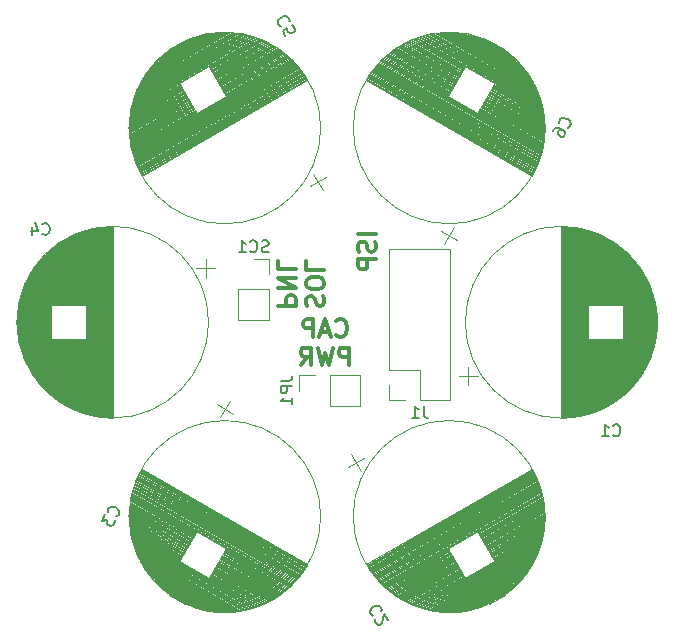
<source format=gbr>
%TF.GenerationSoftware,KiCad,Pcbnew,(6.0.1)*%
%TF.CreationDate,2022-02-17T14:59:17+10:00*%
%TF.ProjectId,blinker,626c696e-6b65-4722-9e6b-696361645f70,rev?*%
%TF.SameCoordinates,Original*%
%TF.FileFunction,Legend,Bot*%
%TF.FilePolarity,Positive*%
%FSLAX46Y46*%
G04 Gerber Fmt 4.6, Leading zero omitted, Abs format (unit mm)*
G04 Created by KiCad (PCBNEW (6.0.1)) date 2022-02-17 14:59:17*
%MOMM*%
%LPD*%
G01*
G04 APERTURE LIST*
%ADD10C,0.300000*%
%ADD11C,0.150000*%
%ADD12C,0.120000*%
G04 APERTURE END LIST*
D10*
X162590357Y-100231428D02*
X162518928Y-100017142D01*
X162518928Y-99660000D01*
X162590357Y-99517142D01*
X162661785Y-99445714D01*
X162804642Y-99374285D01*
X162947500Y-99374285D01*
X163090357Y-99445714D01*
X163161785Y-99517142D01*
X163233214Y-99660000D01*
X163304642Y-99945714D01*
X163376071Y-100088571D01*
X163447500Y-100160000D01*
X163590357Y-100231428D01*
X163733214Y-100231428D01*
X163876071Y-100160000D01*
X163947500Y-100088571D01*
X164018928Y-99945714D01*
X164018928Y-99588571D01*
X163947500Y-99374285D01*
X164018928Y-98445714D02*
X164018928Y-98160000D01*
X163947500Y-98017142D01*
X163804642Y-97874285D01*
X163518928Y-97802857D01*
X163018928Y-97802857D01*
X162733214Y-97874285D01*
X162590357Y-98017142D01*
X162518928Y-98160000D01*
X162518928Y-98445714D01*
X162590357Y-98588571D01*
X162733214Y-98731428D01*
X163018928Y-98802857D01*
X163518928Y-98802857D01*
X163804642Y-98731428D01*
X163947500Y-98588571D01*
X164018928Y-98445714D01*
X162518928Y-96445714D02*
X162518928Y-97160000D01*
X164018928Y-97160000D01*
X160103928Y-100195714D02*
X161603928Y-100195714D01*
X161603928Y-99624285D01*
X161532500Y-99481428D01*
X161461071Y-99410000D01*
X161318214Y-99338571D01*
X161103928Y-99338571D01*
X160961071Y-99410000D01*
X160889642Y-99481428D01*
X160818214Y-99624285D01*
X160818214Y-100195714D01*
X160103928Y-98695714D02*
X161603928Y-98695714D01*
X160103928Y-97838571D01*
X161603928Y-97838571D01*
X160103928Y-96410000D02*
X160103928Y-97124285D01*
X161603928Y-97124285D01*
X165038571Y-102698214D02*
X165110000Y-102769642D01*
X165324285Y-102841071D01*
X165467142Y-102841071D01*
X165681428Y-102769642D01*
X165824285Y-102626785D01*
X165895714Y-102483928D01*
X165967142Y-102198214D01*
X165967142Y-101983928D01*
X165895714Y-101698214D01*
X165824285Y-101555357D01*
X165681428Y-101412500D01*
X165467142Y-101341071D01*
X165324285Y-101341071D01*
X165110000Y-101412500D01*
X165038571Y-101483928D01*
X164467142Y-102412500D02*
X163752857Y-102412500D01*
X164610000Y-102841071D02*
X164110000Y-101341071D01*
X163610000Y-102841071D01*
X163110000Y-102841071D02*
X163110000Y-101341071D01*
X162538571Y-101341071D01*
X162395714Y-101412500D01*
X162324285Y-101483928D01*
X162252857Y-101626785D01*
X162252857Y-101841071D01*
X162324285Y-101983928D01*
X162395714Y-102055357D01*
X162538571Y-102126785D01*
X163110000Y-102126785D01*
X166110000Y-105256071D02*
X166110000Y-103756071D01*
X165538571Y-103756071D01*
X165395714Y-103827500D01*
X165324285Y-103898928D01*
X165252857Y-104041785D01*
X165252857Y-104256071D01*
X165324285Y-104398928D01*
X165395714Y-104470357D01*
X165538571Y-104541785D01*
X166110000Y-104541785D01*
X164752857Y-103756071D02*
X164395714Y-105256071D01*
X164110000Y-104184642D01*
X163824285Y-105256071D01*
X163467142Y-103756071D01*
X162038571Y-105256071D02*
X162538571Y-104541785D01*
X162895714Y-105256071D02*
X162895714Y-103756071D01*
X162324285Y-103756071D01*
X162181428Y-103827500D01*
X162110000Y-103898928D01*
X162038571Y-104041785D01*
X162038571Y-104256071D01*
X162110000Y-104398928D01*
X162181428Y-104470357D01*
X162324285Y-104541785D01*
X162895714Y-104541785D01*
X168388571Y-94135714D02*
X166888571Y-94135714D01*
X168317142Y-94778571D02*
X168388571Y-94992857D01*
X168388571Y-95350000D01*
X168317142Y-95492857D01*
X168245714Y-95564285D01*
X168102857Y-95635714D01*
X167960000Y-95635714D01*
X167817142Y-95564285D01*
X167745714Y-95492857D01*
X167674285Y-95350000D01*
X167602857Y-95064285D01*
X167531428Y-94921428D01*
X167460000Y-94850000D01*
X167317142Y-94778571D01*
X167174285Y-94778571D01*
X167031428Y-94850000D01*
X166960000Y-94921428D01*
X166888571Y-95064285D01*
X166888571Y-95421428D01*
X166960000Y-95635714D01*
X168388571Y-96278571D02*
X166888571Y-96278571D01*
X166888571Y-96850000D01*
X166960000Y-96992857D01*
X167031428Y-97064285D01*
X167174285Y-97135714D01*
X167388571Y-97135714D01*
X167531428Y-97064285D01*
X167602857Y-96992857D01*
X167674285Y-96850000D01*
X167674285Y-96278571D01*
D11*
%TO.C,C3*%
X146432628Y-118044233D02*
X146497676Y-118026804D01*
X146610344Y-117926895D01*
X146657963Y-117844417D01*
X146688153Y-117696889D01*
X146653293Y-117566791D01*
X146594624Y-117477933D01*
X146453476Y-117341456D01*
X146329758Y-117270027D01*
X146140992Y-117216028D01*
X146034704Y-117209649D01*
X145904606Y-117244508D01*
X145791938Y-117344417D01*
X145744319Y-117426895D01*
X145714130Y-117574423D01*
X145731559Y-117639471D01*
X145482414Y-117880528D02*
X145172890Y-118416639D01*
X145669471Y-118318440D01*
X145598043Y-118442157D01*
X145591663Y-118548446D01*
X145609093Y-118613494D01*
X145667762Y-118702353D01*
X145873959Y-118821400D01*
X145980247Y-118827780D01*
X146045295Y-118810350D01*
X146134154Y-118751681D01*
X146277011Y-118504245D01*
X146283391Y-118397957D01*
X146265961Y-118332908D01*
%TO.C,C1*%
X188486666Y-111157142D02*
X188534285Y-111204761D01*
X188677142Y-111252380D01*
X188772380Y-111252380D01*
X188915238Y-111204761D01*
X189010476Y-111109523D01*
X189058095Y-111014285D01*
X189105714Y-110823809D01*
X189105714Y-110680952D01*
X189058095Y-110490476D01*
X189010476Y-110395238D01*
X188915238Y-110300000D01*
X188772380Y-110252380D01*
X188677142Y-110252380D01*
X188534285Y-110300000D01*
X188486666Y-110347619D01*
X187534285Y-111252380D02*
X188105714Y-111252380D01*
X187820000Y-111252380D02*
X187820000Y-110252380D01*
X187915238Y-110395238D01*
X188010476Y-110490476D01*
X188105714Y-110538095D01*
%TO.C,C6*%
X184632628Y-85134233D02*
X184697676Y-85116804D01*
X184810344Y-85016895D01*
X184857963Y-84934417D01*
X184888153Y-84786889D01*
X184853293Y-84656791D01*
X184794624Y-84567933D01*
X184653476Y-84431456D01*
X184529758Y-84360027D01*
X184340992Y-84306028D01*
X184234704Y-84299649D01*
X184104606Y-84334508D01*
X183991938Y-84434417D01*
X183944319Y-84516895D01*
X183914130Y-84664423D01*
X183931559Y-84729471D01*
X183420509Y-85424160D02*
X183515747Y-85259203D01*
X183604606Y-85200534D01*
X183669655Y-85183104D01*
X183840992Y-85172054D01*
X184029758Y-85226053D01*
X184359673Y-85416529D01*
X184418342Y-85505387D01*
X184435772Y-85570436D01*
X184429392Y-85676724D01*
X184334154Y-85841681D01*
X184245295Y-85900350D01*
X184180247Y-85917780D01*
X184073959Y-85911400D01*
X183867762Y-85792353D01*
X183809093Y-85703494D01*
X183791663Y-85638446D01*
X183798043Y-85532157D01*
X183893281Y-85367200D01*
X183982139Y-85308531D01*
X184047188Y-85291101D01*
X184153476Y-85297481D01*
%TO.C,C2*%
X168865961Y-126037091D02*
X168883391Y-125972042D01*
X168853201Y-125824514D01*
X168805582Y-125742036D01*
X168692915Y-125642127D01*
X168562817Y-125607268D01*
X168456529Y-125613647D01*
X168267762Y-125667646D01*
X168144044Y-125739075D01*
X168002896Y-125875552D01*
X167944227Y-125964411D01*
X167909368Y-126094508D01*
X167939557Y-126242036D01*
X167987176Y-126324514D01*
X168099844Y-126424423D01*
X168164893Y-126441852D01*
X168355369Y-126771767D02*
X168337939Y-126836816D01*
X168344319Y-126943104D01*
X168463367Y-127149300D01*
X168552225Y-127207969D01*
X168617274Y-127225399D01*
X168723562Y-127219019D01*
X168806040Y-127171400D01*
X168905949Y-127058733D01*
X169115106Y-126278147D01*
X169424630Y-126814258D01*
%TO.C,J1*%
X172443333Y-108682380D02*
X172443333Y-109396666D01*
X172490952Y-109539523D01*
X172586190Y-109634761D01*
X172729047Y-109682380D01*
X172824285Y-109682380D01*
X171443333Y-109682380D02*
X172014761Y-109682380D01*
X171729047Y-109682380D02*
X171729047Y-108682380D01*
X171824285Y-108825238D01*
X171919523Y-108920476D01*
X172014761Y-108968095D01*
%TO.C,JP1*%
X160332380Y-106556666D02*
X161046666Y-106556666D01*
X161189523Y-106509047D01*
X161284761Y-106413809D01*
X161332380Y-106270952D01*
X161332380Y-106175714D01*
X161332380Y-107032857D02*
X160332380Y-107032857D01*
X160332380Y-107413809D01*
X160380000Y-107509047D01*
X160427619Y-107556666D01*
X160522857Y-107604285D01*
X160665714Y-107604285D01*
X160760952Y-107556666D01*
X160808571Y-107509047D01*
X160856190Y-107413809D01*
X160856190Y-107032857D01*
X161332380Y-108556666D02*
X161332380Y-107985238D01*
X161332380Y-108270952D02*
X160332380Y-108270952D01*
X160475238Y-108175714D01*
X160570476Y-108080476D01*
X160618095Y-107985238D01*
%TO.C,C5*%
X161065961Y-76127091D02*
X161083391Y-76062042D01*
X161053201Y-75914514D01*
X161005582Y-75832036D01*
X160892915Y-75732127D01*
X160762817Y-75697268D01*
X160656529Y-75703647D01*
X160467762Y-75757646D01*
X160344044Y-75829075D01*
X160202896Y-75965552D01*
X160144227Y-76054411D01*
X160109368Y-76184508D01*
X160139557Y-76332036D01*
X160187176Y-76414514D01*
X160299844Y-76514423D01*
X160364893Y-76531852D01*
X160734795Y-77363018D02*
X160496700Y-76950625D01*
X160885283Y-76671291D01*
X160867854Y-76736339D01*
X160874233Y-76842628D01*
X160993281Y-77048824D01*
X161082139Y-77107493D01*
X161147188Y-77124923D01*
X161253476Y-77118543D01*
X161459673Y-76999496D01*
X161518342Y-76910637D01*
X161535772Y-76845588D01*
X161529392Y-76739300D01*
X161410344Y-76533104D01*
X161321486Y-76474435D01*
X161256437Y-76457005D01*
%TO.C,SC1*%
X159311904Y-95634761D02*
X159169047Y-95682380D01*
X158930952Y-95682380D01*
X158835714Y-95634761D01*
X158788095Y-95587142D01*
X158740476Y-95491904D01*
X158740476Y-95396666D01*
X158788095Y-95301428D01*
X158835714Y-95253809D01*
X158930952Y-95206190D01*
X159121428Y-95158571D01*
X159216666Y-95110952D01*
X159264285Y-95063333D01*
X159311904Y-94968095D01*
X159311904Y-94872857D01*
X159264285Y-94777619D01*
X159216666Y-94730000D01*
X159121428Y-94682380D01*
X158883333Y-94682380D01*
X158740476Y-94730000D01*
X157740476Y-95587142D02*
X157788095Y-95634761D01*
X157930952Y-95682380D01*
X158026190Y-95682380D01*
X158169047Y-95634761D01*
X158264285Y-95539523D01*
X158311904Y-95444285D01*
X158359523Y-95253809D01*
X158359523Y-95110952D01*
X158311904Y-94920476D01*
X158264285Y-94825238D01*
X158169047Y-94730000D01*
X158026190Y-94682380D01*
X157930952Y-94682380D01*
X157788095Y-94730000D01*
X157740476Y-94777619D01*
X156788095Y-95682380D02*
X157359523Y-95682380D01*
X157073809Y-95682380D02*
X157073809Y-94682380D01*
X157169047Y-94825238D01*
X157264285Y-94920476D01*
X157359523Y-94968095D01*
%TO.C,C4*%
X140156666Y-94107142D02*
X140204285Y-94154761D01*
X140347142Y-94202380D01*
X140442380Y-94202380D01*
X140585238Y-94154761D01*
X140680476Y-94059523D01*
X140728095Y-93964285D01*
X140775714Y-93773809D01*
X140775714Y-93630952D01*
X140728095Y-93440476D01*
X140680476Y-93345238D01*
X140585238Y-93250000D01*
X140442380Y-93202380D01*
X140347142Y-93202380D01*
X140204285Y-93250000D01*
X140156666Y-93297619D01*
X139299523Y-93535714D02*
X139299523Y-94202380D01*
X139537619Y-93154761D02*
X139775714Y-93869047D01*
X139156666Y-93869047D01*
D12*
%TO.C,C3*%
X155211577Y-121607252D02*
X160363562Y-124581752D01*
X155051577Y-121884380D02*
X160073658Y-124783880D01*
X147521049Y-118275636D02*
X152237423Y-120998636D01*
X148343969Y-114500296D02*
X162306031Y-122561296D01*
X147566675Y-118948610D02*
X151957423Y-121483610D01*
X154912179Y-108535823D02*
X156297820Y-109335823D01*
X147528518Y-118464700D02*
X152157423Y-121137200D01*
X155291577Y-121468688D02*
X160502451Y-124477188D01*
X147734003Y-119922790D02*
X157914997Y-125800790D01*
X156005000Y-108243002D02*
X155205000Y-109628643D01*
X147918569Y-115549111D02*
X161610431Y-123454111D01*
X147556445Y-118850328D02*
X151997423Y-121414328D01*
X148160813Y-121231533D02*
X156568187Y-126085533D01*
X148834766Y-122498212D02*
X155134234Y-126135212D01*
X155571577Y-120983713D02*
X160963451Y-124096713D01*
X147709917Y-119816508D02*
X158019083Y-125768508D01*
X148470979Y-114250309D02*
X162459021Y-122326309D01*
X154531577Y-122785046D02*
X159021052Y-125377046D01*
X148415309Y-114356732D02*
X162394691Y-122427732D01*
X148988674Y-122725635D02*
X154860326Y-126115635D01*
X147812181Y-115903380D02*
X161356819Y-123723380D01*
X148291763Y-114608720D02*
X162238237Y-122660720D01*
X147519480Y-118182354D02*
X152277423Y-120929354D01*
X150001731Y-123910968D02*
X153327269Y-125830968D01*
X154271577Y-123235379D02*
X158419838Y-125630379D01*
X147944713Y-115471829D02*
X161664287Y-123392829D01*
X148040842Y-120931328D02*
X156888158Y-126039328D01*
X147661056Y-116555136D02*
X153017423Y-119647636D01*
X147561560Y-118899469D02*
X151977423Y-121448969D01*
X148528381Y-114144886D02*
X162521619Y-122223886D01*
X147773596Y-120084213D02*
X157755404Y-125847213D01*
X147570716Y-117149611D02*
X152737423Y-120132611D01*
X147834861Y-115824098D02*
X161414139Y-123664098D01*
X154991577Y-121988303D02*
X159960830Y-124857303D01*
X154491577Y-122854328D02*
X158932555Y-125418328D01*
X148509247Y-114180027D02*
X162500753Y-122258027D01*
X149225639Y-123047199D02*
X154463361Y-126071199D01*
X155391577Y-121295482D02*
X160671733Y-124343982D01*
X154631577Y-122611841D02*
X159237966Y-125271341D01*
X147900250Y-120526841D02*
X157308750Y-125958841D01*
X148499399Y-121935084D02*
X155789601Y-126144084D01*
X154351577Y-123096815D02*
X158610690Y-125555815D01*
X155311577Y-121434047D02*
X160537174Y-124451047D01*
X149362308Y-123218481D02*
X154246692Y-126038481D01*
X147869746Y-115705675D02*
X161499254Y-123574675D01*
X147518777Y-118089572D02*
X152317423Y-120860072D01*
X147721094Y-119869149D02*
X157967906Y-125785149D01*
X155491577Y-121122277D02*
X160835819Y-124207777D01*
X155131577Y-121745816D02*
X160220342Y-124683816D01*
X147520264Y-118228995D02*
X152257423Y-120963995D01*
X148214343Y-121354815D02*
X156434657Y-126100815D01*
X148606649Y-114005322D02*
X162603351Y-122086322D01*
X147522729Y-117814726D02*
X152437423Y-120652226D01*
X147638295Y-116680559D02*
X152957423Y-119751559D01*
X147676808Y-116471854D02*
X153057423Y-119578354D01*
X147749339Y-116144226D02*
X161179661Y-123898226D01*
X155631577Y-120879790D02*
X161057226Y-124012290D01*
X149888363Y-123799327D02*
X153480637Y-125873327D01*
X147881952Y-115666534D02*
X161527048Y-123544534D01*
X154591577Y-122681123D02*
X159152066Y-125314123D01*
X147547948Y-118753046D02*
X152037423Y-121345046D01*
X148326567Y-114536438D02*
X162283433Y-122594438D01*
X147535342Y-117544880D02*
X152557423Y-120444380D01*
X149436705Y-123307622D02*
X154132295Y-126018622D01*
X150901991Y-124661674D02*
X152227009Y-125426674D01*
X147977001Y-120755905D02*
X157071999Y-126006905D01*
X149101960Y-122883417D02*
X154667040Y-126096417D01*
X147739731Y-116184867D02*
X153197423Y-119335867D01*
X148655824Y-122210148D02*
X155473176Y-126146148D01*
X148361371Y-114464155D02*
X162328629Y-122528155D01*
X148362893Y-121671520D02*
X156086107Y-126130520D01*
X147711774Y-116307290D02*
X153137423Y-119439790D01*
X148040545Y-115203842D02*
X161848455Y-123175842D01*
X147970856Y-115394547D02*
X161718144Y-123331547D01*
X155451577Y-121191559D02*
X160770705Y-124262559D01*
X155031577Y-121919021D02*
X160036337Y-124808521D01*
X147524543Y-117769585D02*
X152457423Y-120617585D01*
X148614336Y-122140007D02*
X155554664Y-126147007D01*
X148129369Y-114977996D02*
X161999631Y-122985996D01*
X155011577Y-121953662D02*
X159999017Y-124833162D01*
X147957785Y-115433188D02*
X161691215Y-123362188D01*
X147685549Y-116430713D02*
X153077423Y-119543713D01*
X147565438Y-117192752D02*
X152717423Y-120167252D01*
X147536934Y-118608123D02*
X152097423Y-121241123D01*
X154451577Y-122923610D02*
X158842325Y-125458610D01*
X154511577Y-122819687D02*
X158976804Y-125397687D01*
X148135779Y-121170892D02*
X156633221Y-126076892D01*
X148452711Y-114285950D02*
X162437289Y-122359950D01*
X147997704Y-120814046D02*
X157011296Y-126018046D01*
X147894158Y-115627393D02*
X161554842Y-123514393D01*
X155351577Y-121364765D02*
X160604887Y-124397765D01*
X149292242Y-123131840D02*
X154356758Y-126055840D01*
X148574580Y-122070866D02*
X155634420Y-126146866D01*
X155671577Y-120810508D02*
X161118876Y-123955508D01*
X155651577Y-120845149D02*
X161088484Y-123984149D01*
X147865772Y-120414559D02*
X157423228Y-125932559D01*
X147572655Y-118998251D02*
X151937423Y-121518251D01*
X147586549Y-117020188D02*
X152797423Y-120028688D01*
X148019273Y-120872687D02*
X156949727Y-126028687D01*
X147918355Y-120583482D02*
X157250645Y-125971482D01*
X148536557Y-122002725D02*
X155712443Y-126145725D01*
X154911577Y-122126867D02*
X159808084Y-124953867D01*
X147561027Y-117236393D02*
X152697423Y-120201893D01*
X155191577Y-121641893D02*
X160327973Y-124607393D01*
X148159842Y-114903214D02*
X162049158Y-122922214D01*
X147883011Y-120470700D02*
X157365989Y-125945700D01*
X148300702Y-121543238D02*
X156228298Y-126120238D01*
X147637741Y-119451520D02*
X158371259Y-125648520D01*
X148330931Y-121606879D02*
X156158069Y-126125879D01*
X147676386Y-119658584D02*
X158172614Y-125718584D01*
X147522700Y-118322777D02*
X152217423Y-121033277D01*
X154651577Y-122577200D02*
X159280482Y-125249700D01*
X147800842Y-115943021D02*
X161328158Y-123753021D01*
X147746912Y-119976431D02*
X157862088Y-125816431D01*
X155591577Y-120949072D02*
X160995575Y-124069072D01*
X148113699Y-115015137D02*
X161975301Y-123018137D01*
X148463973Y-121868443D02*
X155865027Y-126141443D01*
X147552196Y-118801687D02*
X152017423Y-121379687D01*
X147518695Y-118135713D02*
X152297423Y-120894713D01*
X147849399Y-120358918D02*
X157479601Y-125918918D01*
X155411577Y-121260841D02*
X160705590Y-124317341D01*
X148935062Y-122648494D02*
X154953938Y-126123494D01*
X147997866Y-115317765D02*
X161771134Y-123269765D01*
X148240790Y-114719009D02*
X162168210Y-122760009D01*
X147581271Y-117063329D02*
X152777423Y-120063329D01*
X155231577Y-121572611D02*
X160398284Y-124555611D01*
X147645305Y-116638418D02*
X152977423Y-119716918D01*
X147597970Y-116934406D02*
X152837423Y-119959406D01*
X154971577Y-122022944D02*
X159922644Y-124881444D01*
X148086579Y-121050110D02*
X156762421Y-126059110D01*
X147575993Y-117106470D02*
X152757423Y-120097970D01*
X147538888Y-117500739D02*
X152577423Y-120409739D01*
X148187578Y-121293174D02*
X156501422Y-126093174D01*
X147553070Y-117324175D02*
X152657423Y-120271175D01*
X147769420Y-116063444D02*
X161239580Y-123840444D01*
X147647185Y-119503161D02*
X158321815Y-125666161D01*
X147526356Y-117724444D02*
X152477423Y-120582944D01*
X147686697Y-119710725D02*
X158122303Y-125735725D01*
X147666075Y-119606443D02*
X158222925Y-125701443D01*
X149515432Y-123399263D02*
X154013568Y-125996263D01*
X155511577Y-121087636D02*
X160867944Y-124180136D01*
X155251577Y-121537970D02*
X160433007Y-124529470D01*
X154751577Y-122403995D02*
X159488736Y-125138995D01*
X148241975Y-121416956D02*
X156367025Y-126107956D01*
X148429414Y-121802302D02*
X155939586Y-126138302D01*
X147984794Y-115356406D02*
X161744206Y-123300406D01*
X147520916Y-117859867D02*
X152417423Y-120686867D01*
X148587515Y-114040463D02*
X162582485Y-122120463D01*
X147620583Y-119349238D02*
X151797423Y-121760738D01*
X147543699Y-118704405D02*
X152057423Y-121310405D01*
X147931641Y-115510470D02*
X161637359Y-123423470D01*
X155151577Y-121711175D02*
X160255930Y-124658175D01*
X147532663Y-117589521D02*
X152537423Y-120479021D01*
X154711577Y-122473277D02*
X159406300Y-125183777D01*
X155531577Y-121052995D02*
X160900068Y-124152495D01*
X147578636Y-119047892D02*
X151917423Y-121552892D01*
X147697874Y-119763366D02*
X158071126Y-125752366D01*
X155691577Y-120775867D02*
X161149269Y-123926867D01*
X148025742Y-115241483D02*
X161823258Y-123207483D01*
X154371577Y-123062174D02*
X158658402Y-125537174D01*
X155171577Y-121676534D02*
X160292385Y-124633034D01*
X148257326Y-114682368D02*
X162191674Y-122727368D01*
X147533551Y-118559982D02*
X152117423Y-121206482D01*
X147591826Y-116977047D02*
X152817423Y-119994047D01*
X147526001Y-118417059D02*
X152177423Y-121102559D01*
X154771577Y-122369354D02*
X159529520Y-125116354D01*
X148397041Y-114392373D02*
X162372959Y-122461373D01*
X148433577Y-114321091D02*
X162416423Y-122394091D01*
X148271338Y-121480097D02*
X156297662Y-126114097D01*
X148192048Y-114829432D02*
X162096952Y-122857432D01*
X155551577Y-121018354D02*
X160932192Y-124124854D01*
X149783656Y-123692686D02*
X153625344Y-125910686D01*
X147541567Y-117456098D02*
X152597423Y-120375098D01*
X154571577Y-122715764D02*
X159108684Y-125335264D01*
X154391577Y-123027533D02*
X158704383Y-125517533D01*
X148011804Y-115279624D02*
X161797196Y-123238624D01*
X147590598Y-119147174D02*
X151877423Y-121622174D01*
X148063277Y-120990469D02*
X156825723Y-126049469D01*
X154311577Y-123166097D02*
X158516130Y-125593597D01*
X155431577Y-121226200D02*
X160738580Y-124290200D01*
X147518858Y-118043431D02*
X152337423Y-120825431D01*
X154691577Y-122507918D02*
X159364650Y-125205918D01*
X149598489Y-123493404D02*
X153890511Y-125971404D01*
X147802012Y-120192995D02*
X157646988Y-125876995D01*
X147720516Y-116266149D02*
X153157423Y-119405149D01*
X147653181Y-116596777D02*
X152997423Y-119682277D01*
X147857540Y-115744816D02*
X161471460Y-123604816D01*
X154551577Y-122750405D02*
X159065301Y-125356405D01*
X147790368Y-115983162D02*
X161298632Y-123782162D01*
X147730124Y-116225508D02*
X153177423Y-119370508D01*
X150633604Y-124460533D02*
X152535396Y-125558533D01*
X148884048Y-122572853D02*
X155044952Y-126129853D01*
X148490113Y-114215168D02*
X162479887Y-122292168D01*
X154731577Y-122438636D02*
X159447951Y-125161636D01*
X147779894Y-116023303D02*
X161269106Y-123811303D01*
X155471577Y-121156918D02*
X160803695Y-124235418D01*
X154931577Y-122092226D02*
X159846271Y-124929726D01*
X148207718Y-114792291D02*
X162121282Y-122825291D01*
X154871577Y-122196149D02*
X159729113Y-125000649D01*
X154671577Y-122542559D02*
X159322999Y-125228059D01*
X154811577Y-122300072D02*
X159610223Y-125070572D01*
X150270036Y-124158251D02*
X152978964Y-125722251D01*
X148567515Y-114075104D02*
X162562485Y-122155104D01*
X147540316Y-118656264D02*
X152077423Y-121275764D01*
X147656630Y-119554802D02*
X158272370Y-125683802D01*
X147817519Y-120248136D02*
X157591481Y-125891136D01*
X147531034Y-118512341D02*
X152137423Y-121171841D01*
X147548658Y-117367816D02*
X152637423Y-120305816D01*
X147702167Y-116347931D02*
X153117423Y-119474431D01*
X147519968Y-117905508D02*
X152397423Y-120721508D01*
X154611577Y-122646482D02*
X159195449Y-125292982D01*
X147693425Y-116389072D02*
X153097423Y-119509072D01*
X147623410Y-116764341D02*
X152917423Y-119820841D01*
X147957163Y-120698264D02*
X157131837Y-125995264D01*
X148547515Y-114109745D02*
X162542485Y-122189745D01*
X155611577Y-120914431D02*
X161026833Y-124040931D01*
X154831577Y-122265431D02*
X159650142Y-125047431D01*
X154331577Y-123131456D02*
X158563843Y-125574956D01*
X147906363Y-115588252D02*
X161582637Y-123484252D01*
X147823521Y-115863739D02*
X161385479Y-123693739D01*
X147528170Y-117679303D02*
X152497423Y-120548303D01*
X149044018Y-122803776D02*
X154764982Y-126106776D01*
X148084091Y-115090419D02*
X161924909Y-123081419D01*
X147556615Y-117280034D02*
X152677423Y-120236534D01*
X149162501Y-122964558D02*
X154566499Y-126084558D01*
X147759813Y-116104085D02*
X161209187Y-123869085D01*
X154851577Y-122230790D02*
X159690061Y-125024290D01*
X147519887Y-117951649D02*
X152377423Y-120756149D01*
X148273862Y-114645727D02*
X162215138Y-122694727D01*
X155091577Y-121815098D02*
X160147433Y-124734098D01*
X147605157Y-119247956D02*
X151837423Y-121691456D01*
X147787371Y-120138354D02*
X157701629Y-125862354D01*
X154471577Y-122888969D02*
X158887440Y-125438469D01*
X148054483Y-115165701D02*
X161874517Y-123144701D01*
X155111577Y-121780457D02*
X160183887Y-124708957D01*
X147598310Y-119197815D02*
X151857423Y-121656815D01*
X147529983Y-117634162D02*
X152517423Y-120513662D01*
X147937326Y-120640623D02*
X157191674Y-125983623D01*
X148069287Y-115128060D02*
X161899713Y-123113060D01*
X147668932Y-116513495D02*
X153037423Y-119612995D01*
X147524350Y-118369918D02*
X152197423Y-121067918D01*
X148395720Y-121736661D02*
X156013280Y-126134661D01*
X147833026Y-120303277D02*
X157535974Y-125905277D01*
X155071577Y-121849739D02*
X160110112Y-124758739D01*
X154891577Y-122161508D02*
X159769032Y-124977508D01*
X148309165Y-114572579D02*
X162260835Y-122627579D01*
X147604113Y-116891765D02*
X152857423Y-119924765D01*
X148098895Y-115052778D02*
X161950105Y-123049778D01*
X148175512Y-114866073D02*
X162073488Y-122890073D01*
X154431577Y-122958251D02*
X158796345Y-125478251D01*
X147584617Y-119097533D02*
X151897423Y-121587533D01*
X155371577Y-121330123D02*
X160638743Y-124371123D01*
X154291577Y-123200738D02*
X158468417Y-125612238D01*
X148110746Y-121110251D02*
X156698254Y-126068251D01*
X147846201Y-115784457D02*
X161442799Y-123634457D01*
X155331577Y-121399406D02*
X160571030Y-124424406D01*
X147518939Y-117997290D02*
X152357423Y-120790790D01*
X147610257Y-116849123D02*
X152877423Y-119890123D01*
X148224254Y-114755650D02*
X162144746Y-122792650D01*
X150127223Y-124029609D02*
X153161777Y-125781609D01*
X154951577Y-122057585D02*
X159884457Y-124905585D01*
X148698178Y-122280789D02*
X155390822Y-126144789D01*
X155271577Y-121503329D02*
X160467729Y-124503329D01*
X147629162Y-119400379D02*
X151777423Y-121795379D01*
X147612870Y-119298597D02*
X151817423Y-121726097D01*
X148144172Y-114940355D02*
X162024828Y-122954355D01*
X147759821Y-120030072D02*
X157809179Y-125832072D01*
X147630420Y-116722200D02*
X152937423Y-119786200D01*
X148787216Y-122424571D02*
X155221784Y-126139571D01*
X147617267Y-116806982D02*
X152897423Y-119855482D01*
X154791577Y-122334713D02*
X159570305Y-125093713D01*
X154411577Y-122992892D02*
X158750364Y-125497892D01*
X148379639Y-114428514D02*
X162350361Y-122494514D01*
X148742264Y-122352430D02*
X155306736Y-126142430D01*
X149688474Y-123591545D02*
X153760526Y-125942545D01*
X150434500Y-124299392D02*
X152774500Y-125650392D01*
X147545113Y-117411957D02*
X152617423Y-120340457D01*
X163725001Y-118045822D02*
G75*
G03*
X163725001Y-118045822I-8120001J0D01*
G01*
%TO.C,C1*%
X187931000Y-100160000D02*
X187931000Y-94485000D01*
X187611000Y-100160000D02*
X187611000Y-94322000D01*
X189851000Y-107284000D02*
X189851000Y-95916000D01*
X184931000Y-109637000D02*
X184931000Y-93563000D01*
X191251000Y-105390000D02*
X191251000Y-97810000D01*
X184851000Y-109645000D02*
X184851000Y-93555000D01*
X186571000Y-100160000D02*
X186571000Y-93907000D01*
X186811000Y-100160000D02*
X186811000Y-93989000D01*
X189611000Y-107516000D02*
X189611000Y-95684000D01*
X188691000Y-100160000D02*
X188691000Y-94948000D01*
X190291000Y-106804000D02*
X190291000Y-96396000D01*
X189931000Y-107202000D02*
X189931000Y-95998000D01*
X187811000Y-108778000D02*
X187811000Y-103040000D01*
X190051000Y-107075000D02*
X190051000Y-96125000D01*
X190011000Y-107118000D02*
X190011000Y-96082000D01*
X184290000Y-109678000D02*
X184290000Y-93522000D01*
X186651000Y-109266000D02*
X186651000Y-103040000D01*
X187211000Y-109057000D02*
X187211000Y-103040000D01*
X190571000Y-106454000D02*
X190571000Y-96746000D01*
X186171000Y-109410000D02*
X186171000Y-93790000D01*
X190771000Y-106177000D02*
X190771000Y-97023000D01*
X188131000Y-100160000D02*
X188131000Y-94596000D01*
X187491000Y-108934000D02*
X187491000Y-103040000D01*
X188011000Y-100160000D02*
X188011000Y-94528000D01*
X187691000Y-108839000D02*
X187691000Y-103040000D01*
X185691000Y-109521000D02*
X185691000Y-93679000D01*
X191931000Y-103674000D02*
X191931000Y-99526000D01*
X192051000Y-103164000D02*
X192051000Y-100036000D01*
X189491000Y-107625000D02*
X189491000Y-95575000D01*
X185051000Y-109624000D02*
X185051000Y-93576000D01*
X186611000Y-100160000D02*
X186611000Y-93920000D01*
X189211000Y-107863000D02*
X189211000Y-103040000D01*
X188891000Y-100160000D02*
X188891000Y-95090000D01*
X185931000Y-109469000D02*
X185931000Y-93731000D01*
X188891000Y-108110000D02*
X188891000Y-103040000D01*
X191211000Y-105464000D02*
X191211000Y-97736000D01*
X190251000Y-106851000D02*
X190251000Y-96349000D01*
X186891000Y-109182000D02*
X186891000Y-103040000D01*
X184210000Y-109680000D02*
X184210000Y-93520000D01*
X188051000Y-100160000D02*
X188051000Y-94551000D01*
X186491000Y-109318000D02*
X186491000Y-103040000D01*
X187051000Y-100160000D02*
X187051000Y-94078000D01*
X191851000Y-103951000D02*
X191851000Y-99249000D01*
X189131000Y-107927000D02*
X189131000Y-103040000D01*
X188491000Y-108385000D02*
X188491000Y-103040000D01*
X189011000Y-100160000D02*
X189011000Y-95180000D01*
X186651000Y-100160000D02*
X186651000Y-93934000D01*
X188531000Y-108359000D02*
X188531000Y-103040000D01*
X191011000Y-105809000D02*
X191011000Y-97391000D01*
X188531000Y-100160000D02*
X188531000Y-94841000D01*
X188451000Y-100160000D02*
X188451000Y-94789000D01*
X191531000Y-104813000D02*
X191531000Y-98387000D01*
X188971000Y-100160000D02*
X188971000Y-95150000D01*
X187131000Y-100160000D02*
X187131000Y-94110000D01*
X187851000Y-100160000D02*
X187851000Y-94443000D01*
X184610000Y-109664000D02*
X184610000Y-93536000D01*
X191611000Y-104624000D02*
X191611000Y-98576000D01*
X188251000Y-108534000D02*
X188251000Y-103040000D01*
X187011000Y-100160000D02*
X187011000Y-94063000D01*
X185771000Y-109505000D02*
X185771000Y-93695000D01*
X190451000Y-106609000D02*
X190451000Y-96591000D01*
X191691000Y-104420000D02*
X191691000Y-98780000D01*
X184450000Y-109673000D02*
X184450000Y-93527000D01*
X188131000Y-108604000D02*
X188131000Y-103040000D01*
X191291000Y-105315000D02*
X191291000Y-97885000D01*
X187851000Y-108757000D02*
X187851000Y-103040000D01*
X187971000Y-108694000D02*
X187971000Y-103040000D01*
X189651000Y-107478000D02*
X189651000Y-95722000D01*
X188411000Y-108436000D02*
X188411000Y-103040000D01*
X188851000Y-100160000D02*
X188851000Y-95061000D01*
X187171000Y-109074000D02*
X187171000Y-103040000D01*
X191371000Y-105157000D02*
X191371000Y-98043000D01*
X191171000Y-105536000D02*
X191171000Y-97664000D01*
X184811000Y-109649000D02*
X184811000Y-93551000D01*
X186891000Y-100160000D02*
X186891000Y-94018000D01*
X187331000Y-109006000D02*
X187331000Y-103040000D01*
X186771000Y-109225000D02*
X186771000Y-103040000D01*
X187691000Y-100160000D02*
X187691000Y-94361000D01*
X187491000Y-100160000D02*
X187491000Y-94266000D01*
X185891000Y-109478000D02*
X185891000Y-93722000D01*
X185491000Y-109559000D02*
X185491000Y-93641000D01*
X184330000Y-109677000D02*
X184330000Y-93523000D01*
X185091000Y-109619000D02*
X185091000Y-93581000D01*
X190171000Y-106943000D02*
X190171000Y-96257000D01*
X184090000Y-109681000D02*
X184090000Y-93519000D01*
X190331000Y-106756000D02*
X190331000Y-96444000D01*
X190651000Y-106346000D02*
X190651000Y-96854000D01*
X190091000Y-107032000D02*
X190091000Y-96168000D01*
X185171000Y-109608000D02*
X185171000Y-93592000D01*
X190691000Y-106291000D02*
X190691000Y-96909000D01*
X187731000Y-108819000D02*
X187731000Y-103040000D01*
X184570000Y-109666000D02*
X184570000Y-93534000D01*
X191811000Y-104078000D02*
X191811000Y-99122000D01*
X188611000Y-108306000D02*
X188611000Y-103040000D01*
X184490000Y-109671000D02*
X184490000Y-93529000D01*
X187931000Y-108715000D02*
X187931000Y-103040000D01*
X190611000Y-106400000D02*
X190611000Y-96800000D01*
X188651000Y-100160000D02*
X188651000Y-94921000D01*
X187291000Y-109023000D02*
X187291000Y-103040000D01*
X189571000Y-107552000D02*
X189571000Y-95648000D01*
X189251000Y-100160000D02*
X189251000Y-95370000D01*
X191451000Y-104990000D02*
X191451000Y-98210000D01*
X186811000Y-109211000D02*
X186811000Y-103040000D01*
X176200509Y-106955000D02*
X176200509Y-105355000D01*
X184891000Y-109641000D02*
X184891000Y-93559000D01*
X188571000Y-108333000D02*
X188571000Y-103040000D01*
X189771000Y-107363000D02*
X189771000Y-95837000D01*
X185331000Y-109585000D02*
X185331000Y-93615000D01*
X185531000Y-109552000D02*
X185531000Y-93648000D01*
X184770000Y-109652000D02*
X184770000Y-93548000D01*
X185571000Y-109544000D02*
X185571000Y-93656000D01*
X186611000Y-109280000D02*
X186611000Y-103040000D01*
X184170000Y-109680000D02*
X184170000Y-93520000D01*
X186851000Y-100160000D02*
X186851000Y-94003000D01*
X185451000Y-109566000D02*
X185451000Y-93634000D01*
X185251000Y-109597000D02*
X185251000Y-93603000D01*
X188011000Y-108672000D02*
X188011000Y-103040000D01*
X190411000Y-106659000D02*
X190411000Y-96541000D01*
X188291000Y-100160000D02*
X188291000Y-94690000D01*
X192091000Y-102951000D02*
X192091000Y-100249000D01*
X186411000Y-109342000D02*
X186411000Y-103040000D01*
X187531000Y-108916000D02*
X187531000Y-103040000D01*
X189691000Y-107440000D02*
X189691000Y-95760000D01*
X189731000Y-107402000D02*
X189731000Y-95798000D01*
X189971000Y-107160000D02*
X189971000Y-96040000D01*
X185651000Y-109529000D02*
X185651000Y-93671000D01*
X184370000Y-109676000D02*
X184370000Y-93524000D01*
X188451000Y-108411000D02*
X188451000Y-103040000D01*
X191771000Y-104197000D02*
X191771000Y-99003000D01*
X186291000Y-109377000D02*
X186291000Y-93823000D01*
X189171000Y-107895000D02*
X189171000Y-103040000D01*
X190931000Y-105936000D02*
X190931000Y-97264000D01*
X187571000Y-108897000D02*
X187571000Y-103040000D01*
X188171000Y-108581000D02*
X188171000Y-103040000D01*
X189051000Y-107990000D02*
X189051000Y-103040000D01*
X189011000Y-108020000D02*
X189011000Y-103040000D01*
X187291000Y-100160000D02*
X187291000Y-94177000D01*
X186011000Y-109450000D02*
X186011000Y-93750000D01*
X187771000Y-108799000D02*
X187771000Y-103040000D01*
X187331000Y-100160000D02*
X187331000Y-94194000D01*
X187091000Y-109106000D02*
X187091000Y-103040000D01*
X184130000Y-109680000D02*
X184130000Y-93520000D01*
X189251000Y-107830000D02*
X189251000Y-103040000D01*
X188931000Y-108080000D02*
X188931000Y-103040000D01*
X191571000Y-104720000D02*
X191571000Y-98480000D01*
X189451000Y-107660000D02*
X189451000Y-95540000D01*
X185371000Y-109579000D02*
X185371000Y-93621000D01*
X188411000Y-100160000D02*
X188411000Y-94764000D01*
X186971000Y-109153000D02*
X186971000Y-103040000D01*
X190371000Y-106708000D02*
X190371000Y-96492000D01*
X188251000Y-100160000D02*
X188251000Y-94666000D01*
X186571000Y-109293000D02*
X186571000Y-103040000D01*
X185971000Y-109460000D02*
X185971000Y-93740000D01*
X190731000Y-106234000D02*
X190731000Y-96966000D01*
X189891000Y-107243000D02*
X189891000Y-95957000D01*
X184730000Y-109655000D02*
X184730000Y-93545000D01*
X189051000Y-100160000D02*
X189051000Y-95210000D01*
X188211000Y-100160000D02*
X188211000Y-94642000D01*
X188811000Y-100160000D02*
X188811000Y-95032000D01*
X186331000Y-109365000D02*
X186331000Y-93835000D01*
X189371000Y-107729000D02*
X189371000Y-95471000D01*
X185811000Y-109496000D02*
X185811000Y-93704000D01*
X187451000Y-108953000D02*
X187451000Y-103040000D01*
X190211000Y-106897000D02*
X190211000Y-96303000D01*
X191651000Y-104524000D02*
X191651000Y-98676000D01*
X187451000Y-100160000D02*
X187451000Y-94247000D01*
X186051000Y-109440000D02*
X186051000Y-93760000D01*
X190491000Y-106558000D02*
X190491000Y-96642000D01*
X191131000Y-105607000D02*
X191131000Y-97593000D01*
X187611000Y-108878000D02*
X187611000Y-103040000D01*
X189531000Y-107589000D02*
X189531000Y-95611000D01*
X187531000Y-100160000D02*
X187531000Y-94284000D01*
X187371000Y-100160000D02*
X187371000Y-94211000D01*
X188971000Y-108050000D02*
X188971000Y-103040000D01*
X185211000Y-109603000D02*
X185211000Y-93597000D01*
X189211000Y-100160000D02*
X189211000Y-95337000D01*
X187411000Y-108971000D02*
X187411000Y-103040000D01*
X184410000Y-109674000D02*
X184410000Y-93526000D01*
X186971000Y-100160000D02*
X186971000Y-94047000D01*
X187171000Y-100160000D02*
X187171000Y-94126000D01*
X186731000Y-100160000D02*
X186731000Y-93961000D01*
X184650000Y-109661000D02*
X184650000Y-93539000D01*
X190131000Y-106988000D02*
X190131000Y-96212000D01*
X188611000Y-100160000D02*
X188611000Y-94894000D01*
X187251000Y-100160000D02*
X187251000Y-94160000D01*
X190891000Y-105998000D02*
X190891000Y-97202000D01*
X188091000Y-108627000D02*
X188091000Y-103040000D01*
X186691000Y-109253000D02*
X186691000Y-103040000D01*
X191411000Y-105075000D02*
X191411000Y-98125000D01*
X187251000Y-109040000D02*
X187251000Y-103040000D01*
X186211000Y-109399000D02*
X186211000Y-93801000D01*
X186091000Y-109430000D02*
X186091000Y-93770000D01*
X189411000Y-107695000D02*
X189411000Y-95505000D01*
X188211000Y-108558000D02*
X188211000Y-103040000D01*
X188171000Y-100160000D02*
X188171000Y-94619000D01*
X187771000Y-100160000D02*
X187771000Y-94401000D01*
X187811000Y-100160000D02*
X187811000Y-94422000D01*
X184250000Y-109679000D02*
X184250000Y-93521000D01*
X188331000Y-100160000D02*
X188331000Y-94714000D01*
X188571000Y-100160000D02*
X188571000Y-94867000D01*
X188731000Y-108224000D02*
X188731000Y-103040000D01*
X185611000Y-109537000D02*
X185611000Y-93663000D01*
X184971000Y-109633000D02*
X184971000Y-93567000D01*
X187731000Y-100160000D02*
X187731000Y-94381000D01*
X189331000Y-107763000D02*
X189331000Y-95437000D01*
X191491000Y-104903000D02*
X191491000Y-98297000D01*
X192171000Y-102365000D02*
X192171000Y-100835000D01*
X190531000Y-106506000D02*
X190531000Y-96694000D01*
X189291000Y-107797000D02*
X189291000Y-95403000D01*
X187971000Y-100160000D02*
X187971000Y-94506000D01*
X186251000Y-109388000D02*
X186251000Y-93812000D01*
X188371000Y-108461000D02*
X188371000Y-103040000D01*
X186931000Y-100160000D02*
X186931000Y-94032000D01*
X190971000Y-105873000D02*
X190971000Y-97327000D01*
X189091000Y-107958000D02*
X189091000Y-103040000D01*
X189091000Y-100160000D02*
X189091000Y-95242000D01*
X186771000Y-100160000D02*
X186771000Y-93975000D01*
X188771000Y-108196000D02*
X188771000Y-103040000D01*
X191051000Y-105743000D02*
X191051000Y-97457000D01*
X188811000Y-108168000D02*
X188811000Y-103040000D01*
X189171000Y-100160000D02*
X189171000Y-95305000D01*
X184530000Y-109669000D02*
X184530000Y-93531000D01*
X185851000Y-109487000D02*
X185851000Y-93713000D01*
X187051000Y-109122000D02*
X187051000Y-103040000D01*
X188051000Y-108649000D02*
X188051000Y-103040000D01*
X187891000Y-108736000D02*
X187891000Y-103040000D01*
X191331000Y-105237000D02*
X191331000Y-97963000D01*
X191891000Y-103818000D02*
X191891000Y-99382000D01*
X187211000Y-100160000D02*
X187211000Y-94143000D01*
X188091000Y-100160000D02*
X188091000Y-94573000D01*
X192131000Y-102698000D02*
X192131000Y-100502000D01*
X185011000Y-109628000D02*
X185011000Y-93572000D01*
X188371000Y-100160000D02*
X188371000Y-94739000D01*
X185291000Y-109591000D02*
X185291000Y-93609000D01*
X184690000Y-109658000D02*
X184690000Y-93542000D01*
X186491000Y-100160000D02*
X186491000Y-93882000D01*
X188771000Y-100160000D02*
X188771000Y-95004000D01*
X186931000Y-109168000D02*
X186931000Y-103040000D01*
X187411000Y-100160000D02*
X187411000Y-94229000D01*
X186131000Y-109420000D02*
X186131000Y-93780000D01*
X186531000Y-100160000D02*
X186531000Y-93895000D01*
X191731000Y-104311000D02*
X191731000Y-98889000D01*
X188651000Y-108279000D02*
X188651000Y-103040000D01*
X186371000Y-109354000D02*
X186371000Y-93846000D01*
X191091000Y-105676000D02*
X191091000Y-97524000D01*
X186451000Y-109330000D02*
X186451000Y-103040000D01*
X188291000Y-108510000D02*
X188291000Y-103040000D01*
X188491000Y-100160000D02*
X188491000Y-94815000D01*
X192011000Y-103352000D02*
X192011000Y-99848000D01*
X185411000Y-109572000D02*
X185411000Y-93628000D01*
X186411000Y-100160000D02*
X186411000Y-93858000D01*
X190851000Y-106059000D02*
X190851000Y-97141000D01*
X188331000Y-108486000D02*
X188331000Y-103040000D01*
X186531000Y-109305000D02*
X186531000Y-103040000D01*
X187091000Y-100160000D02*
X187091000Y-94094000D01*
X186851000Y-109197000D02*
X186851000Y-103040000D01*
X187011000Y-109137000D02*
X187011000Y-103040000D01*
X187371000Y-108989000D02*
X187371000Y-103040000D01*
X187891000Y-100160000D02*
X187891000Y-94464000D01*
X186731000Y-109239000D02*
X186731000Y-103040000D01*
X187571000Y-100160000D02*
X187571000Y-94303000D01*
X189811000Y-107324000D02*
X189811000Y-95876000D01*
X185731000Y-109513000D02*
X185731000Y-93687000D01*
X188851000Y-108139000D02*
X188851000Y-103040000D01*
X185131000Y-109614000D02*
X185131000Y-93586000D01*
X186451000Y-100160000D02*
X186451000Y-93870000D01*
X188731000Y-100160000D02*
X188731000Y-94976000D01*
X188691000Y-108252000D02*
X188691000Y-103040000D01*
X188931000Y-100160000D02*
X188931000Y-95120000D01*
X191971000Y-103520000D02*
X191971000Y-99680000D01*
X186691000Y-100160000D02*
X186691000Y-93947000D01*
X189131000Y-100160000D02*
X189131000Y-95273000D01*
X187651000Y-108858000D02*
X187651000Y-103040000D01*
X187651000Y-100160000D02*
X187651000Y-94342000D01*
X175400509Y-106155000D02*
X177000509Y-106155000D01*
X190811000Y-106119000D02*
X190811000Y-97081000D01*
X187131000Y-109090000D02*
X187131000Y-103040000D01*
X192210000Y-101600000D02*
G75*
G03*
X192210000Y-101600000I-8120000J0D01*
G01*
%TO.C,C6*%
X181942674Y-88517632D02*
X168008326Y-80472632D01*
X175908423Y-79999262D02*
X171731583Y-77587762D01*
X182202296Y-82385954D02*
X173188704Y-77181954D01*
X182453088Y-83223569D02*
X172337912Y-77383569D01*
X182420106Y-87176697D02*
X168930894Y-79388697D01*
X175088423Y-81419543D02*
X170016113Y-78491043D01*
X181908237Y-88591280D02*
X167961763Y-80539280D01*
X174628423Y-82216287D02*
X169236549Y-79103287D01*
X182587130Y-83901403D02*
X178382577Y-81473903D01*
X175588423Y-80553518D02*
X171004551Y-77907018D01*
X175308423Y-81038492D02*
X170430968Y-78222492D01*
X175448423Y-80796005D02*
X170711264Y-78061005D01*
X182159158Y-82268672D02*
X173311842Y-77160672D01*
X182330254Y-87494325D02*
X168700746Y-79625325D01*
X182582733Y-86393018D02*
X177302577Y-83344518D01*
X182101105Y-88147222D02*
X168249895Y-80150222D01*
X181959210Y-88480991D02*
X168031790Y-80439991D01*
X175668423Y-80414954D02*
X171178948Y-77822954D01*
X182039187Y-81968467D02*
X173631813Y-77114467D01*
X174608423Y-82250928D02*
X169204425Y-79130928D01*
X175768423Y-80241749D02*
X171403655Y-77721749D01*
X179929964Y-79041749D02*
X177221036Y-77477749D01*
X174195000Y-94956998D02*
X174995000Y-93571357D01*
X182602030Y-86265594D02*
X177362577Y-83240594D01*
X182680113Y-85248351D02*
X177822577Y-82443851D01*
X180684568Y-79800737D02*
X176186432Y-77203737D01*
X182647804Y-84398313D02*
X178182577Y-81820313D01*
X181593351Y-89194678D02*
X167596649Y-81113678D01*
X182479484Y-86933851D02*
X177042577Y-83794851D01*
X182523192Y-86728146D02*
X177142577Y-83621646D01*
X174668423Y-82147005D02*
X169299932Y-79047505D01*
X181804280Y-81463339D02*
X174186720Y-77065339D01*
X182664658Y-85655120D02*
X177642577Y-82755620D01*
X182350601Y-82841082D02*
X172720399Y-77281082D01*
X182667337Y-85610479D02*
X177662577Y-82720979D01*
X182070631Y-88222004D02*
X168200369Y-80214004D01*
X181663443Y-81197275D02*
X174487557Y-77054275D01*
X182677300Y-84877223D02*
X177982577Y-82166723D01*
X182621364Y-84152108D02*
X178282577Y-81647108D01*
X182615383Y-84102467D02*
X178302577Y-81612467D01*
X182376479Y-87336261D02*
X168814521Y-79506261D01*
X182113421Y-82149890D02*
X173437579Y-77140890D01*
X182638973Y-85963607D02*
X177502577Y-82998107D01*
X182426404Y-83115787D02*
X172444596Y-77352787D01*
X182409632Y-87216838D02*
X168901368Y-79417838D01*
X182513303Y-83489275D02*
X172077697Y-77464275D01*
X182342460Y-87455184D02*
X168728540Y-79595184D01*
X182268359Y-87689530D02*
X168562641Y-79776530D01*
X182594843Y-83952044D02*
X178362577Y-81508544D01*
X181856031Y-88699704D02*
X167893969Y-80638704D01*
X182450661Y-87055774D02*
X169020339Y-79301774D01*
X174848423Y-81835235D02*
X169595113Y-78802235D01*
X182675650Y-84830082D02*
X178002577Y-82132082D01*
X182546819Y-86603223D02*
X177202577Y-83517723D01*
X182654887Y-85788043D02*
X177582577Y-82859543D01*
X182673999Y-84782941D02*
X178022577Y-82097441D01*
X181501822Y-80919211D02*
X174809178Y-77055211D01*
X175188423Y-81246338D02*
X170200983Y-78366838D01*
X182618729Y-86136671D02*
X177422577Y-83136671D01*
X180072777Y-79170391D02*
X177038223Y-77418391D01*
X182488226Y-86892710D02*
X177062577Y-83760210D01*
X182677271Y-85385274D02*
X177762577Y-82547774D01*
X182652052Y-84446954D02*
X178162577Y-81854954D01*
X181690753Y-89019973D02*
X167699247Y-80941973D01*
X180416344Y-79507314D02*
X176574656Y-77289314D01*
X182675457Y-85430415D02*
X177742577Y-82582415D01*
X182533925Y-83593557D02*
X171977075Y-77498557D01*
X181985657Y-81845185D02*
X173765343Y-77099185D01*
X175128423Y-81350261D02*
X170089888Y-78441261D01*
X182180727Y-82327313D02*
X173250273Y-77171313D01*
X174968423Y-81627389D02*
X169801716Y-78644389D01*
X182130713Y-88071940D02*
X168300287Y-80086940D01*
X181700601Y-81264916D02*
X174410399Y-77055916D01*
X182638440Y-84300531D02*
X178222577Y-81751031D01*
X174768423Y-81973800D02*
X169461420Y-78909800D01*
X182387819Y-87296620D02*
X168843181Y-79476620D01*
X182281645Y-82616518D02*
X172949355Y-77228518D01*
X174788423Y-81939159D02*
X169494410Y-78882659D01*
X180601511Y-79706596D02*
X176309489Y-77228596D01*
X175628423Y-80484236D02*
X171091316Y-77864736D01*
X175008423Y-81558107D02*
X169872027Y-78592607D01*
X182262674Y-82559377D02*
X173008326Y-77216377D01*
X181544176Y-80989852D02*
X174726824Y-77053852D01*
X175868423Y-80068544D02*
X171636157Y-77625044D01*
X175608423Y-80518877D02*
X171047934Y-77885877D01*
X182430580Y-87136556D02*
X168960420Y-79359556D01*
X182440179Y-83169928D02*
X172390821Y-77367928D01*
X175228423Y-81177056D02*
X170277356Y-78318556D01*
X182681142Y-85156569D02*
X177862577Y-82374569D01*
X182497833Y-86852069D02*
X177082577Y-83725569D01*
X175388423Y-80899928D02*
X170589777Y-78129428D01*
X181315952Y-80627147D02*
X175155048Y-77070147D01*
X182506575Y-86810928D02*
X177102577Y-83690928D01*
X175288423Y-81073133D02*
X170391916Y-78246133D01*
X181958025Y-81783044D02*
X173832975Y-77092044D01*
X181211326Y-80474365D02*
X175339674Y-77084365D01*
X182040158Y-88296786D02*
X168150842Y-80277786D01*
X182222999Y-82444095D02*
X173128001Y-77193095D01*
X180311637Y-79400673D02*
X176719363Y-77326673D01*
X182681305Y-85064287D02*
X177902577Y-82305287D01*
X175428423Y-80830646D02*
X170670480Y-78083646D01*
X182469876Y-86974492D02*
X177022577Y-83829492D01*
X174648423Y-82181646D02*
X169267808Y-79075146D01*
X182646930Y-85875825D02*
X177542577Y-82928825D01*
X174928423Y-81696671D02*
X169732271Y-78696671D01*
X174888423Y-81765953D02*
X169662826Y-78748953D01*
X182679084Y-85340133D02*
X177782577Y-82513133D01*
X182627345Y-84201749D02*
X178262577Y-81681749D01*
X175708423Y-80345672D02*
X171267445Y-77781672D01*
X182680032Y-85294492D02*
X177802577Y-82478492D01*
X175328423Y-81003851D02*
X170470887Y-78199351D01*
X182089254Y-82089749D02*
X173501746Y-77131749D01*
X182366974Y-82896723D02*
X172664026Y-77294723D01*
X182624007Y-86093530D02*
X177442577Y-83102030D01*
X182305842Y-87572607D02*
X168645158Y-79685607D01*
X181365234Y-80701788D02*
X175065766Y-77064788D01*
X175068423Y-81454184D02*
X169979658Y-78516184D01*
X182589743Y-86350877D02*
X177322577Y-83309877D01*
X182145517Y-88034299D02*
X168325483Y-80055299D01*
X182202134Y-87882235D02*
X168428866Y-79930235D01*
X182293637Y-87611748D02*
X168617363Y-79715748D01*
X182601690Y-84002185D02*
X178342577Y-81543185D01*
X182399158Y-87256979D02*
X168871842Y-79446979D01*
X182012422Y-81906826D02*
X173698578Y-77106826D01*
X175788423Y-80207108D02*
X171449636Y-77702108D01*
X175528423Y-80657441D02*
X170877001Y-77971941D01*
X174548423Y-82354851D02*
X169111516Y-79215851D01*
X182353799Y-87415543D02*
X168757201Y-79565543D01*
X182576590Y-86435659D02*
X177282577Y-83379159D01*
X182055828Y-88259645D02*
X168175172Y-80245645D01*
X174728423Y-82043082D02*
X169396305Y-78964582D01*
X179566396Y-78739467D02*
X177664604Y-77641467D01*
X175888423Y-80033903D02*
X171683870Y-77606403D01*
X175828423Y-80137826D02*
X171541598Y-77662826D01*
X175368423Y-80934569D02*
X170549858Y-78152569D01*
X182502126Y-83436634D02*
X172128874Y-77447634D01*
X182673644Y-85475556D02*
X177722577Y-82617056D01*
X174808423Y-81904518D02*
X169528267Y-78856018D01*
X181098040Y-80316583D02*
X175532960Y-77103583D01*
X182671482Y-84735300D02*
X178042577Y-82062800D01*
X179298009Y-78538326D02*
X177972991Y-77773326D01*
X181457736Y-80847570D02*
X174893264Y-77057570D01*
X175268423Y-81107774D02*
X170353729Y-78270274D01*
X182666449Y-84640018D02*
X178082577Y-81993518D01*
X182543370Y-83645198D02*
X171927630Y-77516198D01*
X182663066Y-84591877D02*
X178102577Y-81958877D01*
X174748423Y-82008441D02*
X169429295Y-78937441D01*
X182440187Y-87095915D02*
X168990813Y-79330915D01*
X175248423Y-81142415D02*
X170315543Y-78294415D01*
X182024488Y-88333927D02*
X168126512Y-80309927D01*
X175488423Y-80726723D02*
X170793700Y-78016223D01*
X175928423Y-79964621D02*
X171780162Y-77569621D01*
X182651342Y-85832184D02*
X177562577Y-82894184D01*
X182579417Y-83850762D02*
X178402577Y-81439262D01*
X182174258Y-87958517D02*
X168376742Y-79992517D01*
X174988423Y-81592748D02*
X169836438Y-78618248D01*
X182523614Y-83541416D02*
X172027386Y-77481416D01*
X182136723Y-82209531D02*
X173374277Y-77150531D01*
X174508423Y-82424133D02*
X169050731Y-79273133D01*
X181975746Y-88444350D02*
X168055254Y-80407350D01*
X182609402Y-84052826D02*
X178322577Y-81577826D01*
X182538944Y-86644864D02*
X177182577Y-83552364D01*
X182643385Y-85919966D02*
X177522577Y-82963466D01*
X181264938Y-80551506D02*
X175246062Y-77076506D01*
X182490083Y-83383492D02*
X172180917Y-77431492D01*
X182633325Y-84251390D02*
X178242577Y-81716390D01*
X181784691Y-88843268D02*
X167805309Y-80772268D01*
X182561705Y-86519441D02*
X177242577Y-83448441D01*
X181820361Y-88771486D02*
X167849639Y-80705486D01*
X182299750Y-82673159D02*
X172891250Y-77241159D01*
X175808423Y-80172467D02*
X171495617Y-77682467D01*
X182670017Y-85565838D02*
X177682577Y-82686338D01*
X175508423Y-80692082D02*
X170835350Y-77994082D01*
X182316989Y-82729300D02*
X172834011Y-77254300D01*
X174708423Y-82077723D02*
X169364181Y-78992223D01*
X182242215Y-87766812D02*
X168508785Y-79837812D01*
X182115909Y-88109581D02*
X168275091Y-80118581D01*
X182656301Y-84495595D02*
X178142577Y-81889595D01*
X181625420Y-81129134D02*
X174565580Y-77053134D01*
X179765500Y-78900608D02*
X177425500Y-77549608D01*
X182365139Y-87375902D02*
X168785861Y-79535902D01*
X181585664Y-81059993D02*
X174645336Y-77052993D01*
X181899298Y-81656762D02*
X173971702Y-77079762D01*
X181652485Y-89090255D02*
X167657515Y-81010255D01*
X180907758Y-80068160D02*
X175843242Y-77144160D01*
X182570838Y-83799621D02*
X178422577Y-81404621D01*
X182681061Y-85202710D02*
X177842577Y-82409210D01*
X182569580Y-86477800D02*
X177262577Y-83413800D01*
X180198269Y-79289032D02*
X176872731Y-77369032D01*
X175728423Y-80311031D02*
X171312560Y-77761531D01*
X180837692Y-79981519D02*
X175953308Y-77161519D01*
X181155982Y-80396224D02*
X175435018Y-77093224D01*
X175408423Y-80865287D02*
X170629695Y-78106287D01*
X181412784Y-80775429D02*
X174978216Y-77060429D01*
X182318048Y-87533466D02*
X168672952Y-79655466D01*
X175568423Y-80588159D02*
X170962034Y-77928659D01*
X182659684Y-84543736D02*
X178122577Y-81924236D01*
X174588423Y-82285569D02*
X169173167Y-79159069D01*
X180511526Y-79608455D02*
X176439474Y-77257455D01*
X182681223Y-85110428D02*
X177882577Y-82339928D01*
X182412629Y-83061646D02*
X172498371Y-77337646D01*
X182460269Y-87015133D02*
X177002577Y-83864133D01*
X175287821Y-94664177D02*
X173902180Y-93864177D01*
X181766423Y-88878909D02*
X167783577Y-80805909D01*
X181729021Y-88949691D02*
X167740979Y-80873691D01*
X182680520Y-85017646D02*
X177922577Y-82270646D01*
X182658433Y-85743902D02*
X177602577Y-82824902D01*
X180763295Y-79892378D02*
X176067705Y-77181378D01*
X182215206Y-87843594D02*
X168455794Y-79899594D01*
X175108423Y-81384902D02*
X170052567Y-78465902D01*
X174568423Y-82320210D02*
X169142774Y-79187710D01*
X181632485Y-89124896D02*
X167637515Y-81044896D01*
X182613451Y-86179812D02*
X177402577Y-83171312D01*
X181671619Y-89055114D02*
X167678381Y-80976114D01*
X175468423Y-80761364D02*
X170752049Y-78038364D01*
X182531068Y-86686505D02*
X177162577Y-83587005D01*
X182608174Y-86222953D02*
X177382577Y-83205953D01*
X182643555Y-84349672D02*
X178202577Y-81785672D01*
X181992282Y-88407709D02*
X168078718Y-80374709D01*
X175348423Y-80969210D02*
X170509939Y-78175710D01*
X182562259Y-83748480D02*
X171828741Y-77551480D01*
X182661112Y-85699261D02*
X177622577Y-82790261D01*
X182188196Y-87920376D02*
X168402804Y-79961376D01*
X182595887Y-86308235D02*
X177342577Y-83275235D01*
X175148423Y-81315620D02*
X170126342Y-78416120D01*
X180974361Y-80152801D02*
X175736639Y-77128801D01*
X182255287Y-87728171D02*
X168535713Y-79807171D01*
X175548423Y-80622800D02*
X170919518Y-77950300D01*
X182668966Y-84687659D02*
X178062577Y-82028159D01*
X175848423Y-80103185D02*
X171589310Y-77644185D01*
X182554695Y-86561582D02*
X177222577Y-83483082D01*
X181926138Y-88554273D02*
X167984862Y-80505273D01*
X175048423Y-81488825D02*
X169944070Y-78541825D01*
X181802959Y-88807627D02*
X167827041Y-80738627D01*
X182678951Y-84924364D02*
X177962577Y-82201364D01*
X175168423Y-81280979D02*
X170163663Y-78391479D01*
X182465997Y-83277210D02*
X172285003Y-77399210D01*
X181873433Y-88663562D02*
X167916567Y-80605562D01*
X181037499Y-80235442D02*
X175633501Y-77115442D01*
X181869069Y-81593121D02*
X174041931Y-77074121D01*
X182629284Y-86050389D02*
X177462577Y-83067389D01*
X182397988Y-83007005D02*
X172553012Y-77323005D01*
X182679736Y-84971005D02*
X177942577Y-82236005D01*
X182382481Y-82951864D02*
X172608519Y-77308864D01*
X182281431Y-87650889D02*
X168589569Y-79745889D01*
X175748423Y-80276390D02*
X171357675Y-77741390D01*
X182007952Y-88370568D02*
X168103048Y-80342568D01*
X174688423Y-82112364D02*
X169332056Y-79019864D01*
X175208423Y-81211697D02*
X170239170Y-78342697D01*
X175028423Y-81523466D02*
X169907615Y-78566966D01*
X175648423Y-80449595D02*
X171134699Y-77843595D01*
X181890835Y-88627421D02*
X167939165Y-80572421D01*
X174948423Y-81662030D02*
X169766993Y-78670530D01*
X182242837Y-82501736D02*
X173068163Y-77204736D01*
X182159455Y-87996158D02*
X168351545Y-80024158D01*
X182229144Y-87805453D02*
X168481856Y-79868453D01*
X174908423Y-81731312D02*
X169697549Y-78722812D01*
X182478906Y-83330851D02*
X172232094Y-77414851D01*
X174868423Y-81800594D02*
X169628970Y-78775594D01*
X181838629Y-88735845D02*
X167871371Y-80671845D01*
X175688423Y-80380313D02*
X171223196Y-77802313D01*
X182334228Y-82785441D02*
X172776772Y-77267441D01*
X182552815Y-83696839D02*
X171878185Y-77533839D01*
X181928662Y-81719903D02*
X173902338Y-77085903D01*
X181837107Y-81528480D02*
X174113893Y-77069480D01*
X181612485Y-89159537D02*
X167617515Y-81079537D01*
X182086301Y-88184863D02*
X168224699Y-80181863D01*
X181770586Y-81397698D02*
X174260414Y-77061698D01*
X182634562Y-86007248D02*
X177482577Y-83032748D01*
X174828423Y-81869877D02*
X169561257Y-78828877D01*
X182064221Y-82029108D02*
X173566779Y-77123108D01*
X181709887Y-88984832D02*
X167720113Y-80907832D01*
X174528423Y-82389492D02*
X169081124Y-79244492D01*
X181747289Y-88914050D02*
X167762711Y-80840050D01*
X182671830Y-85520697D02*
X177702577Y-82651697D01*
X182514451Y-86769287D02*
X177122577Y-83656287D01*
X181736027Y-81331557D02*
X174334973Y-77058557D01*
X182715001Y-85154178D02*
G75*
G03*
X182715001Y-85154178I-8120001J0D01*
G01*
%TO.C,C2*%
X172949355Y-125971482D02*
X182281645Y-120583482D01*
X166012688Y-113890823D02*
X167398329Y-113090823D01*
X175065766Y-126135212D02*
X181365234Y-122498212D01*
X168871842Y-123753021D02*
X182399158Y-115943021D01*
X177622577Y-120409739D02*
X182661112Y-117500739D01*
X169979658Y-124683816D02*
X175068423Y-121745816D01*
X171178948Y-125377046D02*
X175668423Y-122785046D01*
X178142577Y-121310405D02*
X182656301Y-118704405D01*
X167783577Y-122394091D02*
X181766423Y-114321091D01*
X170793700Y-125183777D02*
X175488423Y-122473277D01*
X178182577Y-121379687D02*
X182647804Y-118801687D01*
X168617363Y-123484252D02*
X182293637Y-115588252D01*
X168376742Y-123207483D02*
X182174258Y-115241483D01*
X169267808Y-124124854D02*
X174648423Y-121018354D01*
X167720113Y-122292168D02*
X181709887Y-114215168D01*
X177664604Y-125558533D02*
X179566396Y-124460533D01*
X176872731Y-125830968D02*
X180198269Y-123910968D01*
X168325483Y-123144701D02*
X182145517Y-115165701D01*
X170629695Y-125093713D02*
X175408423Y-122334713D01*
X172077697Y-125735725D02*
X182513303Y-119710725D01*
X178302577Y-121587533D02*
X182615383Y-119097533D01*
X167984862Y-122694727D02*
X181926138Y-114645727D01*
X171267445Y-125418328D02*
X175708423Y-122854328D01*
X177242577Y-119751559D02*
X182561705Y-116680559D01*
X177122577Y-119543713D02*
X182514451Y-116430713D01*
X170430968Y-124977508D02*
X175308423Y-122161508D01*
X175843242Y-126055840D02*
X180907758Y-123131840D01*
X176719363Y-125873327D02*
X180311637Y-123799327D01*
X174645336Y-126147007D02*
X181585664Y-122140007D01*
X178402577Y-121760738D02*
X182579417Y-119349238D01*
X177462577Y-120132611D02*
X182629284Y-117149611D01*
X177882577Y-120860072D02*
X182681223Y-118089572D01*
X178022577Y-121102559D02*
X182673999Y-118417059D01*
X177822577Y-120756149D02*
X182680113Y-117951649D01*
X177062577Y-119439790D02*
X182488226Y-116307290D01*
X168645158Y-123514393D02*
X182305842Y-115627393D01*
X169872027Y-124607393D02*
X175008423Y-121641893D01*
X168843181Y-123723380D02*
X182387819Y-115903380D01*
X167893969Y-122561296D02*
X181856031Y-114500296D01*
X173832975Y-126107956D02*
X181958025Y-121416956D01*
X178362577Y-121691456D02*
X182594843Y-119247956D01*
X170919518Y-125249700D02*
X175548423Y-122577200D01*
X177222577Y-119716918D02*
X182554695Y-116638418D01*
X177342577Y-119924765D02*
X182595887Y-116891765D01*
X169628970Y-124424406D02*
X174868423Y-121399406D01*
X177662577Y-120479021D02*
X182667337Y-117589521D01*
X169595113Y-124397765D02*
X174848423Y-121364765D01*
X174978216Y-126139571D02*
X181412784Y-122424571D01*
X176439474Y-125942545D02*
X180511526Y-123591545D01*
X176186432Y-125996263D02*
X180684568Y-123399263D01*
X174487557Y-126145725D02*
X181663443Y-122002725D01*
X177082577Y-119474431D02*
X182497833Y-116347931D01*
X171878185Y-125666161D02*
X182552815Y-119503161D01*
X177102577Y-119509072D02*
X182506575Y-116389072D01*
X178322577Y-121622174D02*
X182609402Y-119147174D01*
X167961763Y-122660720D02*
X181908237Y-114608720D01*
X170470887Y-125000649D02*
X175328423Y-122196149D01*
X178422577Y-121795379D02*
X182570838Y-119400379D01*
X170163663Y-124808521D02*
X175168423Y-121919021D01*
X170877001Y-125228059D02*
X175528423Y-122542559D01*
X174809178Y-126144789D02*
X181501822Y-122280789D01*
X168930894Y-123811303D02*
X182420106Y-116023303D01*
X171780162Y-125630379D02*
X175928423Y-123235379D01*
X168481856Y-123331547D02*
X182229144Y-115394547D01*
X177425500Y-125650392D02*
X179765500Y-124299392D01*
X176309489Y-125971404D02*
X180601511Y-123493404D01*
X169050731Y-123926867D02*
X174508423Y-120775867D01*
X168175172Y-122954355D02*
X182055828Y-114940355D01*
X173971702Y-126120238D02*
X181899298Y-121543238D01*
X168031790Y-122760009D02*
X181959210Y-114719009D01*
X170353729Y-124929726D02*
X175268423Y-122092226D01*
X169662826Y-124451047D02*
X174888423Y-121434047D01*
X167617515Y-122120463D02*
X181612485Y-114040463D01*
X177402577Y-120028688D02*
X182613451Y-117020188D01*
X169429295Y-124262559D02*
X174748423Y-121191559D01*
X174260414Y-126138302D02*
X181770586Y-121802302D01*
X177221036Y-125722251D02*
X179929964Y-124158251D01*
X168700746Y-123574675D02*
X182330254Y-115705675D01*
X177942577Y-120963995D02*
X182679736Y-118228995D01*
X175633501Y-126084558D02*
X181037499Y-122964558D01*
X173188704Y-126018046D02*
X182202296Y-120814046D01*
X173501746Y-126068251D02*
X182089254Y-121110251D01*
X174410399Y-126144084D02*
X181700601Y-121935084D01*
X167678381Y-122223886D02*
X181671619Y-114144886D01*
X168249895Y-123049778D02*
X182101105Y-115052778D01*
X168200369Y-122985996D02*
X182070631Y-114977996D01*
X170670480Y-125116354D02*
X175428423Y-122369354D01*
X170589777Y-125070572D02*
X175388423Y-122300072D01*
X173311842Y-126039328D02*
X182159158Y-120931328D01*
X178002577Y-121067918D02*
X182675650Y-118369918D01*
X178122577Y-121275764D02*
X182659684Y-118656264D01*
X168589569Y-123454111D02*
X182281431Y-115549111D01*
X177642577Y-120444380D02*
X182664658Y-117544880D01*
X178102577Y-121241123D02*
X182663066Y-118608123D01*
X175435018Y-126106776D02*
X181155982Y-122803776D01*
X171357675Y-125458610D02*
X175748423Y-122923610D01*
X178222577Y-121448969D02*
X182638440Y-118899469D01*
X169332056Y-124180136D02*
X174688423Y-121087636D01*
X173008326Y-125983623D02*
X182262674Y-120640623D01*
X172608519Y-125891136D02*
X182382481Y-120248136D01*
X173250273Y-126028687D02*
X182180727Y-120872687D01*
X168562641Y-123423470D02*
X182268359Y-115510470D01*
X178202577Y-121414328D02*
X182643555Y-118850328D01*
X177982577Y-121033277D02*
X182677300Y-118322777D01*
X172498371Y-125862354D02*
X182412629Y-120138354D01*
X177802577Y-120721508D02*
X182680032Y-117905508D01*
X177862577Y-120825431D02*
X182681142Y-118043431D01*
X178382577Y-121726097D02*
X182587130Y-119298597D01*
X170711264Y-125138995D02*
X175448423Y-122403995D01*
X168785861Y-123664098D02*
X182365139Y-115824098D01*
X168901368Y-123782162D02*
X182409632Y-115983162D01*
X175532960Y-126096417D02*
X181098040Y-122883417D01*
X168508785Y-123362188D02*
X182242215Y-115433188D01*
X173068163Y-125995264D02*
X182242837Y-120698264D01*
X167596649Y-122086322D02*
X181593351Y-114005322D01*
X166305509Y-112798002D02*
X167105509Y-114183643D01*
X174565580Y-126146866D02*
X181625420Y-122070866D01*
X171449636Y-125497892D02*
X175788423Y-122992892D01*
X177482577Y-120167252D02*
X182634562Y-117192752D01*
X177542577Y-120271175D02*
X182646930Y-117324175D01*
X167871371Y-122528155D02*
X181838629Y-114464155D01*
X178342577Y-121656815D02*
X182601690Y-119197815D01*
X168990813Y-123869085D02*
X182440187Y-116104085D01*
X171636157Y-125574956D02*
X175868423Y-123131456D01*
X168008326Y-122727368D02*
X181942674Y-114682368D01*
X177842577Y-120790790D02*
X182681061Y-117997290D01*
X173698578Y-126093174D02*
X182012422Y-121293174D01*
X172891250Y-125958841D02*
X182299750Y-120526841D01*
X169173167Y-124040931D02*
X174588423Y-120914431D01*
X168728540Y-123604816D02*
X182342460Y-115744816D01*
X168150842Y-122922214D02*
X182040158Y-114903214D01*
X175246062Y-126123494D02*
X181264938Y-122648494D01*
X172776772Y-125932559D02*
X182334228Y-120414559D01*
X169801716Y-124555611D02*
X174968423Y-121572611D01*
X178282577Y-121552892D02*
X182621364Y-119047892D01*
X172664026Y-125905277D02*
X182366974Y-120303277D01*
X168300287Y-123113060D02*
X182130713Y-115128060D01*
X170126342Y-124783880D02*
X175148423Y-121884380D01*
X169461420Y-124290200D02*
X174768423Y-121226200D01*
X177522577Y-120236534D02*
X182643385Y-117280034D01*
X177422577Y-120063329D02*
X182618729Y-117063329D01*
X170315543Y-124905585D02*
X175248423Y-122057585D01*
X177262577Y-119786200D02*
X182569580Y-116722200D01*
X169299932Y-124152495D02*
X174668423Y-121052995D01*
X177682577Y-120513662D02*
X182670017Y-117634162D01*
X177322577Y-119890123D02*
X182589743Y-116849123D01*
X169697549Y-124477188D02*
X174908423Y-121468688D01*
X171977075Y-125701443D02*
X182533925Y-119606443D01*
X167827041Y-122461373D02*
X181802959Y-114392373D01*
X168428866Y-123269765D02*
X182202134Y-115317765D01*
X177972991Y-125426674D02*
X179298009Y-124661674D01*
X171683870Y-125593597D02*
X175888423Y-123166097D01*
X167740979Y-122326309D02*
X181729021Y-114250309D01*
X171589310Y-125555815D02*
X175848423Y-123096815D01*
X172720399Y-125918918D02*
X182350601Y-120358918D01*
X171134699Y-125356405D02*
X175648423Y-122750405D01*
X171828741Y-125648520D02*
X182562259Y-119451520D01*
X168055254Y-122792650D02*
X181975746Y-114755650D01*
X175736639Y-126071199D02*
X180974361Y-123047199D01*
X167699247Y-122258027D02*
X181690753Y-114180027D01*
X167762711Y-122359950D02*
X181747289Y-114285950D01*
X168224699Y-123018137D02*
X182086301Y-115015137D01*
X167849639Y-122494514D02*
X181820361Y-114428514D01*
X169494410Y-124317341D02*
X174788423Y-121260841D01*
X171091316Y-125335264D02*
X175628423Y-122715764D01*
X176067705Y-126018622D02*
X180763295Y-123307622D01*
X171541598Y-125537174D02*
X175828423Y-123062174D01*
X168672952Y-123544534D02*
X182318048Y-115666534D01*
X177722577Y-120582944D02*
X182673644Y-117724444D01*
X169364181Y-124207777D02*
X174708423Y-121122277D01*
X171403655Y-125478251D02*
X175768423Y-122958251D01*
X169944070Y-124658175D02*
X175048423Y-121711175D01*
X169111516Y-123984149D02*
X174548423Y-120845149D01*
X175339674Y-126115635D02*
X181211326Y-122725635D01*
X172128874Y-125752366D02*
X182502126Y-119763366D01*
X170549858Y-125047431D02*
X175368423Y-122265431D01*
X177502577Y-120201893D02*
X182638973Y-117236393D01*
X174186720Y-126134661D02*
X181804280Y-121736661D01*
X171731583Y-125612238D02*
X175908423Y-123200738D01*
X177902577Y-120894713D02*
X182681305Y-118135713D01*
X169836438Y-124581752D02*
X174988423Y-121607252D01*
X169236549Y-124096713D02*
X174628423Y-120983713D01*
X177362577Y-119959406D02*
X182602030Y-116934406D01*
X178242577Y-121483610D02*
X182633325Y-118948610D01*
X170509939Y-125024290D02*
X175348423Y-122230790D01*
X169561257Y-124371123D02*
X174828423Y-121330123D01*
X169020339Y-123898226D02*
X182450661Y-116144226D01*
X178262577Y-121518251D02*
X182627345Y-118998251D01*
X172444596Y-125847213D02*
X182426404Y-120084213D01*
X170200983Y-124833162D02*
X175188423Y-121953662D01*
X177442577Y-120097970D02*
X182624007Y-117106470D01*
X177182577Y-119647636D02*
X182538944Y-116555136D01*
X177562577Y-120305816D02*
X182651342Y-117367816D01*
X172337912Y-125816431D02*
X182453088Y-119976431D01*
X170962034Y-125271341D02*
X175568423Y-122611841D01*
X177962577Y-120998636D02*
X182678951Y-118275636D01*
X168351545Y-123175842D02*
X182159455Y-115203842D01*
X167805309Y-122427732D02*
X181784691Y-114356732D01*
X169396305Y-124235418D02*
X174728423Y-121156918D01*
X168402804Y-123238624D02*
X182188196Y-115279624D01*
X169907615Y-124633034D02*
X175028423Y-121676534D01*
X169142774Y-124012290D02*
X174568423Y-120879790D01*
X174041931Y-126125879D02*
X181869069Y-121606879D01*
X168126512Y-122890073D02*
X182024488Y-114866073D01*
X170277356Y-124881444D02*
X175228423Y-122022944D01*
X170089888Y-124758739D02*
X175128423Y-121849739D01*
X173566779Y-126076892D02*
X182064221Y-121170892D01*
X168960420Y-123840444D02*
X182430580Y-116063444D01*
X173631813Y-126085533D02*
X182039187Y-121231533D01*
X167657515Y-122189745D02*
X181652485Y-114109745D01*
X178062577Y-121171841D02*
X182668966Y-118512341D01*
X178162577Y-121345046D02*
X182652052Y-118753046D01*
X172834011Y-125945700D02*
X182316989Y-120470700D01*
X177382577Y-119994047D02*
X182608174Y-116977047D01*
X173902338Y-126114097D02*
X181928662Y-121480097D01*
X169081124Y-123955508D02*
X174528423Y-120810508D01*
X172180917Y-125768508D02*
X182490083Y-119816508D01*
X177202577Y-119682277D02*
X182546819Y-116596777D01*
X177302577Y-119855482D02*
X182582733Y-116806982D01*
X174726824Y-126146148D02*
X181544176Y-122210148D01*
X173128001Y-126006905D02*
X182222999Y-120755905D01*
X169528267Y-124343982D02*
X174808423Y-121295482D01*
X177002577Y-119335867D02*
X182460269Y-116184867D01*
X170052567Y-124734098D02*
X175108423Y-121815098D01*
X174113893Y-126130520D02*
X181837107Y-121671520D01*
X174334973Y-126141443D02*
X181736027Y-121868443D01*
X169766993Y-124529470D02*
X174948423Y-121537970D01*
X172027386Y-125718584D02*
X182523614Y-119658584D01*
X177602577Y-120375098D02*
X182658433Y-117456098D01*
X176574656Y-125910686D02*
X180416344Y-123692686D01*
X175953308Y-126038481D02*
X180837692Y-123218481D01*
X177742577Y-120617585D02*
X182675457Y-117769585D01*
X172232094Y-125785149D02*
X182478906Y-119869149D01*
X178042577Y-121137200D02*
X182671482Y-118464700D01*
X168757201Y-123634457D02*
X182353799Y-115784457D01*
X167939165Y-122627579D02*
X181890835Y-114572579D01*
X174893264Y-126142430D02*
X181457736Y-122352430D01*
X167916567Y-122594438D02*
X181873433Y-114536438D01*
X173437579Y-126059110D02*
X182113421Y-121050110D01*
X168814521Y-123693739D02*
X182376479Y-115863739D01*
X172285003Y-125800790D02*
X182465997Y-119922790D01*
X168275091Y-123081419D02*
X182115909Y-115090419D01*
X171047934Y-125314123D02*
X175608423Y-122681123D01*
X177702577Y-120548303D02*
X182671830Y-117679303D01*
X171927630Y-125683802D02*
X182543370Y-119554802D01*
X168455794Y-123300406D02*
X182215206Y-115356406D01*
X171223196Y-125397687D02*
X175688423Y-122819687D01*
X170391916Y-124953867D02*
X175288423Y-122126867D01*
X177038223Y-125781609D02*
X180072777Y-124029609D01*
X177782577Y-120686867D02*
X182679084Y-117859867D01*
X177022577Y-119370508D02*
X182469876Y-116225508D01*
X173765343Y-126100815D02*
X181985657Y-121354815D01*
X178082577Y-121206482D02*
X182666449Y-118559982D01*
X170016113Y-124708957D02*
X175088423Y-121780457D01*
X167637515Y-122155104D02*
X181632485Y-114075104D01*
X173374277Y-126049469D02*
X182136723Y-120990469D01*
X170835350Y-125205918D02*
X175508423Y-122507918D01*
X168535713Y-123392829D02*
X182255287Y-115471829D01*
X177142577Y-119578354D02*
X182523192Y-116471854D01*
X177042577Y-119405149D02*
X182479484Y-116266149D01*
X170752049Y-125161636D02*
X175468423Y-122438636D01*
X177582577Y-120340457D02*
X182654887Y-117411957D01*
X171495617Y-125517533D02*
X175808423Y-123027533D01*
X171004551Y-125292982D02*
X175588423Y-122646482D01*
X170239170Y-124857303D02*
X175208423Y-121988303D01*
X172553012Y-125876995D02*
X182397988Y-120192995D01*
X169204425Y-124069072D02*
X174608423Y-120949072D01*
X168078718Y-122825291D02*
X181992282Y-114792291D01*
X177762577Y-120652226D02*
X182677271Y-117814726D01*
X175155048Y-126129853D02*
X181315952Y-122572853D01*
X171312560Y-125438469D02*
X175728423Y-122888969D01*
X172390821Y-125832072D02*
X182440179Y-120030072D01*
X177282577Y-119820841D02*
X182576590Y-116764341D01*
X169732271Y-124503329D02*
X174928423Y-121503329D01*
X177162577Y-119612995D02*
X182531068Y-116513495D01*
X168103048Y-122857432D02*
X182007952Y-114829432D01*
X177922577Y-120929354D02*
X182680520Y-118182354D01*
X182715001Y-118045822D02*
G75*
G03*
X182715001Y-118045822I-8120001J0D01*
G01*
%TO.C,J1*%
X169510000Y-106900000D02*
X169510000Y-108230000D01*
X169510000Y-105630000D02*
X169510000Y-95410000D01*
X169510000Y-108230000D02*
X170840000Y-108230000D01*
X169510000Y-105630000D02*
X172110000Y-105630000D01*
X172110000Y-105630000D02*
X172110000Y-108230000D01*
X172110000Y-108230000D02*
X174710000Y-108230000D01*
X174710000Y-108230000D02*
X174710000Y-95410000D01*
X169510000Y-95410000D02*
X174710000Y-95410000D01*
%TO.C,JP1*%
X164480000Y-108720000D02*
X167080000Y-108720000D01*
X164480000Y-106060000D02*
X164480000Y-108720000D01*
X163210000Y-106060000D02*
X161880000Y-106060000D01*
X164480000Y-106060000D02*
X167080000Y-106060000D01*
X167080000Y-106060000D02*
X167080000Y-108720000D01*
X161880000Y-106060000D02*
X161880000Y-107390000D01*
%TO.C,C5*%
X157701629Y-77337646D02*
X147787371Y-83061646D01*
X160932192Y-79075146D02*
X155551577Y-82181646D01*
X159322999Y-77971941D02*
X154671577Y-80657441D01*
X155865027Y-77058557D02*
X148463973Y-81331557D01*
X158842325Y-77741390D02*
X154451577Y-80276390D01*
X152537423Y-82720979D02*
X147532663Y-85610479D01*
X153077423Y-83656287D02*
X147685549Y-86769287D01*
X153177423Y-83829492D02*
X147730124Y-86974492D01*
X157071999Y-77193095D02*
X147977001Y-82444095D01*
X152897423Y-83344518D02*
X147617267Y-86393018D01*
X156501422Y-77106826D02*
X148187578Y-81906826D01*
X156949727Y-77171313D02*
X148019273Y-82327313D01*
X152217423Y-82166723D02*
X147522700Y-84877223D01*
X160770705Y-78937441D02*
X155451577Y-82008441D01*
X161179661Y-79301774D02*
X147749339Y-87055774D01*
X159152066Y-77885877D02*
X154591577Y-80518877D01*
X155134234Y-77064788D02*
X148834766Y-80701788D01*
X152677423Y-82963466D02*
X147556615Y-85919966D01*
X159195449Y-77907018D02*
X154611577Y-80553518D01*
X159108684Y-77864736D02*
X154571577Y-80484236D01*
X152157423Y-82062800D02*
X147528518Y-84735300D01*
X158610690Y-77644185D02*
X154351577Y-80103185D01*
X158371259Y-77551480D02*
X147637741Y-83748480D01*
X156086107Y-77069480D02*
X148362893Y-81528480D01*
X158887440Y-77761531D02*
X154471577Y-80311031D01*
X162191674Y-80472632D02*
X148257326Y-88517632D01*
X161356819Y-79476620D02*
X147812181Y-87296620D01*
X159610223Y-78129428D02*
X154811577Y-80899928D01*
X161975301Y-80181863D02*
X148113699Y-88184863D01*
X162283433Y-80605562D02*
X148326567Y-88663562D01*
X157011296Y-77181954D02*
X147997704Y-82385954D01*
X161637359Y-79776530D02*
X147931641Y-87689530D01*
X158172614Y-77481416D02*
X147676386Y-83541416D01*
X151837423Y-81508544D02*
X147605157Y-83952044D01*
X152237423Y-82201364D02*
X147521049Y-84924364D01*
X159488736Y-78061005D02*
X154751577Y-80796005D01*
X152197423Y-82132082D02*
X147524350Y-84830082D01*
X158419838Y-77569621D02*
X154271577Y-79964621D01*
X159999017Y-78366838D02*
X155011577Y-81246338D01*
X151897423Y-81612467D02*
X147584617Y-84102467D01*
X152697423Y-82998107D02*
X147561027Y-85963607D01*
X152517423Y-82686338D02*
X147529983Y-85565838D01*
X152177423Y-82097441D02*
X147526001Y-84782941D01*
X161026833Y-79159069D02*
X155611577Y-82285569D01*
X159237966Y-77928659D02*
X154631577Y-80588159D01*
X156698254Y-77131749D02*
X148110746Y-82089749D01*
X162096952Y-80342568D02*
X148192048Y-88370568D01*
X152997423Y-83517723D02*
X147653181Y-86603223D01*
X161924909Y-80118581D02*
X148084091Y-88109581D01*
X162049158Y-80277786D02*
X148159842Y-88296786D01*
X152277423Y-82270646D02*
X147519480Y-85017646D01*
X157646988Y-77323005D02*
X147802012Y-83007005D01*
X152357423Y-82409210D02*
X147518939Y-85202710D01*
X158222925Y-77498557D02*
X147666075Y-83593557D01*
X152797423Y-83171312D02*
X147586549Y-86179812D01*
X158321815Y-77533839D02*
X147647185Y-83696839D01*
X160220342Y-78516184D02*
X155131577Y-81454184D01*
X154566499Y-77115442D02*
X149162501Y-80235442D01*
X160255930Y-78541825D02*
X155151577Y-81488825D01*
X158122303Y-77464275D02*
X147686697Y-83489275D01*
X152457423Y-82582415D02*
X147524543Y-85430415D01*
X157809179Y-77367928D02*
X147759821Y-83169928D01*
X158704383Y-77682467D02*
X154391577Y-80172467D01*
X158796345Y-77721749D02*
X154431577Y-80241749D01*
X152137423Y-82028159D02*
X147531034Y-84687659D01*
X151857423Y-81543185D02*
X147598310Y-84002185D01*
X152917423Y-83379159D02*
X147623410Y-86435659D01*
X159570305Y-78106287D02*
X154791577Y-80865287D01*
X155473176Y-77053852D02*
X148655824Y-80989852D01*
X161582637Y-79715748D02*
X147906363Y-87611748D01*
X155221784Y-77060429D02*
X148787216Y-80775429D01*
X159846271Y-78270274D02*
X154931577Y-81107774D01*
X153480637Y-77326673D02*
X149888363Y-79400673D01*
X154860326Y-77084365D02*
X148988674Y-80474365D01*
X156434657Y-77099185D02*
X148214343Y-81845185D01*
X159364650Y-77994082D02*
X154691577Y-80692082D01*
X161298632Y-79417838D02*
X147790368Y-87216838D01*
X162073488Y-80309927D02*
X148175512Y-88333927D01*
X161899713Y-80086940D02*
X148069287Y-88071940D01*
X157914997Y-77399210D02*
X147734003Y-83277210D01*
X156228298Y-77079762D02*
X148300702Y-81656762D01*
X155554664Y-77052993D02*
X148614336Y-81059993D01*
X158658402Y-77662826D02*
X154371577Y-80137826D01*
X151917423Y-81647108D02*
X147578636Y-84152108D01*
X157535974Y-77294723D02*
X147833026Y-82896723D01*
X152477423Y-82617056D02*
X147526356Y-85475556D01*
X161118876Y-79244492D02*
X155671577Y-82389492D01*
X158516130Y-77606403D02*
X154311577Y-80033903D01*
X162215138Y-80505273D02*
X148273862Y-88554273D01*
X160110112Y-78441261D02*
X155071577Y-81350261D01*
X162479887Y-80907832D02*
X148490113Y-88984832D01*
X161149269Y-79273133D02*
X155691577Y-82424133D01*
X151817423Y-81473903D02*
X147612870Y-83901403D01*
X162168210Y-80439991D02*
X148240790Y-88480991D01*
X160900068Y-79047505D02*
X155531577Y-82147005D01*
X162562485Y-81044896D02*
X148567515Y-89124896D01*
X154667040Y-77103583D02*
X149101960Y-80316583D01*
X156762421Y-77140890D02*
X148086579Y-82149890D01*
X159529520Y-78083646D02*
X154771577Y-80830646D01*
X152117423Y-81993518D02*
X147533551Y-84640018D01*
X161209187Y-79330915D02*
X147759813Y-87095915D01*
X162500753Y-80941973D02*
X148509247Y-89019973D01*
X157755404Y-77352787D02*
X147773596Y-83115787D01*
X160995575Y-79130928D02*
X155591577Y-82250928D01*
X161664287Y-79807171D02*
X147944713Y-87728171D01*
X162306031Y-80638704D02*
X148343969Y-88699704D01*
X152577423Y-82790261D02*
X147538888Y-85699261D01*
X159884457Y-78294415D02*
X154951577Y-81142415D01*
X155044952Y-77070147D02*
X148884048Y-80627147D01*
X162416423Y-80805909D02*
X148433577Y-88878909D01*
X153161777Y-77418391D02*
X150127223Y-79170391D01*
X164187312Y-89309177D02*
X162801671Y-90109177D01*
X157479601Y-77281082D02*
X147849399Y-82841082D01*
X152437423Y-82547774D02*
X147522729Y-85385274D01*
X154953938Y-77076506D02*
X148935062Y-80551506D01*
X154463361Y-77128801D02*
X149225639Y-80152801D01*
X159769032Y-78222492D02*
X154891577Y-81038492D01*
X152957423Y-83448441D02*
X147638295Y-86519441D01*
X152057423Y-81889595D02*
X147543699Y-84495595D01*
X161610431Y-79745889D02*
X147918569Y-87650889D01*
X153057423Y-83621646D02*
X147676808Y-86728146D01*
X152937423Y-83413800D02*
X147630420Y-86477800D01*
X160183887Y-78491043D02*
X155111577Y-81419543D01*
X162582485Y-81079537D02*
X148587515Y-89159537D01*
X152497423Y-82651697D02*
X147528170Y-85520697D01*
X152257423Y-82236005D02*
X147520264Y-84971005D01*
X162328629Y-80671845D02*
X148361371Y-88735845D01*
X159960830Y-78342697D02*
X154991577Y-81211697D01*
X159406300Y-78016223D02*
X154711577Y-80726723D01*
X162603351Y-81113678D02*
X148606649Y-89194678D01*
X160671733Y-78856018D02*
X155391577Y-81904518D01*
X152717423Y-83032748D02*
X147565438Y-86007248D01*
X152317423Y-82339928D02*
X147518777Y-85110428D01*
X161471460Y-79595184D02*
X147857540Y-87455184D01*
X160327973Y-78592607D02*
X155191577Y-81558107D01*
X161442799Y-79565543D02*
X147846201Y-87415543D01*
X160835819Y-78992223D02*
X155491577Y-82077723D01*
X160292385Y-78566966D02*
X155171577Y-81523466D01*
X156297662Y-77085903D02*
X148271338Y-81719903D01*
X152737423Y-83067389D02*
X147570716Y-86050389D01*
X157591481Y-77308864D02*
X147817519Y-82951864D01*
X161874517Y-80055299D02*
X148054483Y-88034299D01*
X155789601Y-77055916D02*
X148499399Y-81264916D01*
X151777423Y-81404621D02*
X147629162Y-83799621D01*
X160803695Y-78964582D02*
X155471577Y-82043082D01*
X153157423Y-83794851D02*
X147720516Y-86933851D01*
X152837423Y-83240594D02*
X147597970Y-86265594D01*
X152377423Y-82443851D02*
X147519887Y-85248351D01*
X151957423Y-81716390D02*
X147566675Y-84251390D01*
X161328158Y-79446979D02*
X147800842Y-87256979D01*
X159808084Y-78246133D02*
X154911577Y-81073133D01*
X155390822Y-77055211D02*
X148698178Y-80919211D01*
X162144746Y-80407350D02*
X148224254Y-88444350D01*
X160571030Y-78775594D02*
X155331577Y-81800594D01*
X162459021Y-80873691D02*
X148470979Y-88949691D01*
X162394691Y-80772268D02*
X148415309Y-88843268D01*
X152597423Y-82824902D02*
X147541567Y-85743902D01*
X152877423Y-83309877D02*
X147610257Y-86350877D01*
X152337423Y-82374569D02*
X147518858Y-85156569D01*
X161554842Y-79685607D02*
X147894158Y-87572607D01*
X161848455Y-80024158D02*
X148040545Y-87996158D01*
X156633221Y-77123108D02*
X148135779Y-82029108D01*
X153625344Y-77289314D02*
X149783656Y-79507314D01*
X161744206Y-79899594D02*
X147984794Y-87843594D01*
X160963451Y-79103287D02*
X155571577Y-82216287D01*
X162260835Y-80572421D02*
X148309165Y-88627421D01*
X159021052Y-77822954D02*
X154531577Y-80414954D01*
X161999631Y-80214004D02*
X148129369Y-88222004D01*
X152857423Y-83275235D02*
X147604113Y-86308235D01*
X159650142Y-78152569D02*
X154831577Y-80934569D01*
X161527048Y-79655466D02*
X147881952Y-87533466D01*
X155306736Y-77057570D02*
X148742264Y-80847570D01*
X154764982Y-77093224D02*
X149044018Y-80396224D01*
X152077423Y-81924236D02*
X147540316Y-84543736D01*
X160363562Y-78618248D02*
X155211577Y-81592748D01*
X159922644Y-78318556D02*
X154971577Y-81177056D01*
X160537174Y-78748953D02*
X155311577Y-81765953D01*
X152557423Y-82755620D02*
X147535342Y-85655120D01*
X160433007Y-78670530D02*
X155251577Y-81662030D01*
X158468417Y-77587762D02*
X154291577Y-79999262D01*
X152227009Y-77773326D02*
X150901991Y-78538326D01*
X157250645Y-77228518D02*
X147918355Y-82616518D01*
X157862088Y-77383569D02*
X147746912Y-83223569D01*
X159690061Y-78175710D02*
X154851577Y-80969210D01*
X157365989Y-77254300D02*
X147883011Y-82729300D01*
X156013280Y-77065339D02*
X148395720Y-81463339D01*
X153890511Y-77228596D02*
X149598489Y-79706596D01*
X155712443Y-77054275D02*
X148536557Y-81197275D01*
X156367025Y-77092044D02*
X148241975Y-81783044D01*
X152977423Y-83483082D02*
X147645305Y-86561582D01*
X154356758Y-77144160D02*
X149292242Y-80068160D01*
X162024828Y-80245645D02*
X148144172Y-88259645D01*
X153117423Y-83725569D02*
X147702167Y-86852069D01*
X161771134Y-79930235D02*
X147997866Y-87882235D01*
X159065301Y-77843595D02*
X154551577Y-80449595D01*
X152757423Y-83102030D02*
X147575993Y-86093530D01*
X161823258Y-79992517D02*
X148025742Y-87958517D01*
X151977423Y-81751031D02*
X147561560Y-84300531D01*
X162121282Y-80374709D02*
X148207718Y-88407709D01*
X158932555Y-77781672D02*
X154491577Y-80345672D01*
X152637423Y-82894184D02*
X147548658Y-85832184D01*
X152297423Y-82305287D02*
X147518695Y-85064287D01*
X153097423Y-83690928D02*
X147693425Y-86810928D01*
X152817423Y-83205953D02*
X147591826Y-86222953D01*
X154013568Y-77203737D02*
X149515432Y-79800737D01*
X160147433Y-78465902D02*
X155091577Y-81384902D01*
X158272370Y-77516198D02*
X147656630Y-83645198D01*
X152417423Y-82513133D02*
X147520916Y-85340133D01*
X152535396Y-77641467D02*
X150633604Y-78739467D01*
X153017423Y-83552364D02*
X147661056Y-86644864D01*
X151937423Y-81681749D02*
X147572655Y-84201749D01*
X161414139Y-79535902D02*
X147834861Y-87375902D01*
X153760526Y-77257455D02*
X149688474Y-79608455D01*
X152978964Y-77477749D02*
X150270036Y-79041749D01*
X162437289Y-80840050D02*
X148452711Y-88914050D01*
X158563843Y-77625044D02*
X154331577Y-80068544D01*
X162350361Y-80705486D02*
X148379639Y-88771486D01*
X158976804Y-77802313D02*
X154511577Y-80380313D01*
X161088484Y-79215851D02*
X155651577Y-82354851D01*
X162542485Y-81010255D02*
X148547515Y-89090255D01*
X152774500Y-77549608D02*
X150434500Y-78900608D01*
X152617423Y-82859543D02*
X147545113Y-85788043D01*
X152397423Y-82478492D02*
X147519968Y-85294492D01*
X161499254Y-79625325D02*
X147869746Y-87494325D01*
X161950105Y-80150222D02*
X148098895Y-88147222D01*
X156568187Y-77114467D02*
X148160813Y-81968467D01*
X152097423Y-81958877D02*
X147536934Y-84591877D01*
X160604887Y-78802235D02*
X155351577Y-81835235D01*
X161385479Y-79506261D02*
X147823521Y-87336261D01*
X153327269Y-77369032D02*
X150001731Y-79289032D01*
X160036337Y-78391479D02*
X155031577Y-81280979D01*
X156158069Y-77074121D02*
X148330931Y-81593121D01*
X158750364Y-77702108D02*
X154411577Y-80207108D01*
X161691215Y-79837812D02*
X147957785Y-87766812D01*
X158071126Y-77447634D02*
X147697874Y-83436634D01*
X154246692Y-77161519D02*
X149362308Y-79981519D01*
X152017423Y-81820313D02*
X147552196Y-84398313D01*
X155939586Y-77061698D02*
X148429414Y-81397698D01*
X160467729Y-78696671D02*
X155271577Y-81696671D01*
X155634420Y-77053134D02*
X148574580Y-81129134D01*
X160738580Y-78909800D02*
X155431577Y-81973800D01*
X151997423Y-81785672D02*
X147556445Y-84349672D01*
X160705590Y-78882659D02*
X155411577Y-81939159D01*
X163894491Y-90401998D02*
X163094491Y-89016357D01*
X153037423Y-83587005D02*
X147668932Y-86686505D01*
X162521619Y-80976114D02*
X148528381Y-89055114D01*
X156888158Y-77160672D02*
X148040842Y-82268672D01*
X159447951Y-78038364D02*
X154731577Y-80761364D01*
X152037423Y-81854954D02*
X147547948Y-84446954D01*
X160502451Y-78722812D02*
X155291577Y-81731312D01*
X157191674Y-77216377D02*
X147937326Y-82559377D01*
X162238237Y-80539280D02*
X148291763Y-88591280D01*
X157423228Y-77267441D02*
X147865772Y-82785441D01*
X161239580Y-79359556D02*
X147769420Y-87136556D01*
X161057226Y-79187710D02*
X155631577Y-82320210D01*
X154132295Y-77181378D02*
X149436705Y-79892378D01*
X158019083Y-77431492D02*
X147709917Y-83383492D01*
X152657423Y-82928825D02*
X147553070Y-85875825D01*
X160867944Y-79019864D02*
X155511577Y-82112364D01*
X160638743Y-78828877D02*
X155371577Y-81869877D01*
X160398284Y-78644389D02*
X155231577Y-81627389D01*
X156825723Y-77150531D02*
X148063277Y-82209531D01*
X153137423Y-83760210D02*
X147711774Y-86892710D01*
X162372959Y-80738627D02*
X148397041Y-88807627D01*
X161269106Y-79388697D02*
X147779894Y-87176697D01*
X157131837Y-77204736D02*
X147957163Y-82501736D01*
X161797196Y-79961376D02*
X148011804Y-87920376D01*
X153197423Y-83864133D02*
X147739731Y-87015133D01*
X151797423Y-81439262D02*
X147620583Y-83850762D01*
X152777423Y-83136671D02*
X147581271Y-86136671D01*
X151877423Y-81577826D02*
X147590598Y-84052826D01*
X157967906Y-77414851D02*
X147721094Y-83330851D01*
X160073658Y-78416120D02*
X155051577Y-81315620D01*
X157308750Y-77241159D02*
X147900250Y-82673159D01*
X159729113Y-78199351D02*
X154871577Y-81003851D01*
X159280482Y-77950300D02*
X154651577Y-80622800D01*
X161718144Y-79868453D02*
X147970856Y-87805453D01*
X163725001Y-85154178D02*
G75*
G03*
X163725001Y-85154178I-8120001J0D01*
G01*
%TO.C,SC1*%
X159380000Y-98830000D02*
X156720000Y-98830000D01*
X159380000Y-98830000D02*
X159380000Y-101430000D01*
X159380000Y-101430000D02*
X156720000Y-101430000D01*
X159380000Y-96230000D02*
X158050000Y-96230000D01*
X156720000Y-98830000D02*
X156720000Y-101430000D01*
X159380000Y-97560000D02*
X159380000Y-96230000D01*
%TO.C,C4*%
X140229000Y-96040000D02*
X140229000Y-107160000D01*
X144069000Y-93780000D02*
X144069000Y-109420000D01*
X141829000Y-103040000D02*
X141829000Y-108461000D01*
X142909000Y-94177000D02*
X142909000Y-100160000D01*
X143789000Y-93858000D02*
X143789000Y-100160000D01*
X145269000Y-93563000D02*
X145269000Y-109637000D01*
X145069000Y-93586000D02*
X145069000Y-109614000D01*
X141029000Y-103040000D02*
X141029000Y-107895000D01*
X141269000Y-95120000D02*
X141269000Y-100160000D01*
X144189000Y-93750000D02*
X144189000Y-109450000D01*
X142549000Y-103040000D02*
X142549000Y-108858000D01*
X140309000Y-95957000D02*
X140309000Y-107243000D01*
X142629000Y-94303000D02*
X142629000Y-100160000D01*
X140989000Y-103040000D02*
X140989000Y-107863000D01*
X142189000Y-103040000D02*
X142189000Y-108672000D01*
X145870000Y-93523000D02*
X145870000Y-109677000D01*
X143669000Y-103040000D02*
X143669000Y-109305000D01*
X142389000Y-103040000D02*
X142389000Y-108778000D01*
X144349000Y-93713000D02*
X144349000Y-109487000D01*
X143549000Y-93934000D02*
X143549000Y-100160000D01*
X143829000Y-93846000D02*
X143829000Y-109354000D01*
X139429000Y-97023000D02*
X139429000Y-106177000D01*
X138429000Y-99003000D02*
X138429000Y-104197000D01*
X140749000Y-95540000D02*
X140749000Y-107660000D01*
X139749000Y-96591000D02*
X139749000Y-106609000D01*
X138789000Y-98125000D02*
X138789000Y-105075000D01*
X145189000Y-93572000D02*
X145189000Y-109628000D01*
X142349000Y-103040000D02*
X142349000Y-108757000D01*
X142389000Y-94422000D02*
X142389000Y-100160000D01*
X142509000Y-94361000D02*
X142509000Y-100160000D01*
X145149000Y-93576000D02*
X145149000Y-109624000D01*
X141989000Y-103040000D02*
X141989000Y-108558000D01*
X140029000Y-96257000D02*
X140029000Y-106943000D01*
X141669000Y-94841000D02*
X141669000Y-100160000D01*
X144669000Y-93648000D02*
X144669000Y-109552000D01*
X143069000Y-103040000D02*
X143069000Y-109090000D01*
X144829000Y-93621000D02*
X144829000Y-109579000D01*
X142069000Y-103040000D02*
X142069000Y-108604000D01*
X142469000Y-94381000D02*
X142469000Y-100160000D01*
X143269000Y-94032000D02*
X143269000Y-100160000D01*
X139629000Y-96746000D02*
X139629000Y-106454000D01*
X142309000Y-103040000D02*
X142309000Y-108736000D01*
X140549000Y-95722000D02*
X140549000Y-107478000D01*
X142869000Y-103040000D02*
X142869000Y-109006000D01*
X138109000Y-100249000D02*
X138109000Y-102951000D01*
X143509000Y-103040000D02*
X143509000Y-109253000D01*
X142789000Y-94229000D02*
X142789000Y-100160000D01*
X144549000Y-93671000D02*
X144549000Y-109529000D01*
X141109000Y-95242000D02*
X141109000Y-100160000D01*
X139469000Y-96966000D02*
X139469000Y-106234000D01*
X143869000Y-93835000D02*
X143869000Y-109365000D01*
X143269000Y-103040000D02*
X143269000Y-109168000D01*
X145510000Y-93542000D02*
X145510000Y-109658000D01*
X143549000Y-103040000D02*
X143549000Y-109266000D01*
X142549000Y-94342000D02*
X142549000Y-100160000D01*
X143349000Y-94003000D02*
X143349000Y-100160000D01*
X138669000Y-98387000D02*
X138669000Y-104813000D01*
X141949000Y-103040000D02*
X141949000Y-108534000D01*
X141629000Y-94867000D02*
X141629000Y-100160000D01*
X141789000Y-103040000D02*
X141789000Y-108436000D01*
X143189000Y-103040000D02*
X143189000Y-109137000D01*
X144869000Y-93615000D02*
X144869000Y-109585000D01*
X143189000Y-94063000D02*
X143189000Y-100160000D01*
X143149000Y-94078000D02*
X143149000Y-100160000D01*
X143149000Y-103040000D02*
X143149000Y-109122000D01*
X141829000Y-94739000D02*
X141829000Y-100160000D01*
X143029000Y-103040000D02*
X143029000Y-109074000D01*
X140669000Y-95611000D02*
X140669000Y-107589000D01*
X143309000Y-94018000D02*
X143309000Y-100160000D01*
X142709000Y-103040000D02*
X142709000Y-108934000D01*
X139109000Y-97524000D02*
X139109000Y-105676000D01*
X141589000Y-103040000D02*
X141589000Y-108306000D01*
X138029000Y-100835000D02*
X138029000Y-102365000D01*
X142829000Y-94211000D02*
X142829000Y-100160000D01*
X139989000Y-96303000D02*
X139989000Y-106897000D01*
X143069000Y-94110000D02*
X143069000Y-100160000D01*
X142749000Y-94247000D02*
X142749000Y-100160000D01*
X141749000Y-94789000D02*
X141749000Y-100160000D01*
X141629000Y-103040000D02*
X141629000Y-108333000D01*
X142829000Y-103040000D02*
X142829000Y-108989000D01*
X138269000Y-99526000D02*
X138269000Y-103674000D01*
X138189000Y-99848000D02*
X138189000Y-103352000D01*
X138069000Y-100502000D02*
X138069000Y-102698000D01*
X141149000Y-95210000D02*
X141149000Y-100160000D01*
X154799491Y-97045000D02*
X153199491Y-97045000D01*
X143989000Y-93801000D02*
X143989000Y-109399000D01*
X141189000Y-95180000D02*
X141189000Y-100160000D01*
X141509000Y-103040000D02*
X141509000Y-108252000D01*
X142429000Y-94401000D02*
X142429000Y-100160000D01*
X141869000Y-94714000D02*
X141869000Y-100160000D01*
X140709000Y-95575000D02*
X140709000Y-107625000D01*
X142669000Y-94284000D02*
X142669000Y-100160000D01*
X145229000Y-93567000D02*
X145229000Y-109633000D01*
X146070000Y-93520000D02*
X146070000Y-109680000D01*
X139829000Y-96492000D02*
X139829000Y-106708000D01*
X145950000Y-93521000D02*
X145950000Y-109679000D01*
X142989000Y-94143000D02*
X142989000Y-100160000D01*
X143109000Y-94094000D02*
X143109000Y-100160000D01*
X139949000Y-96349000D02*
X139949000Y-106851000D01*
X138949000Y-97810000D02*
X138949000Y-105390000D01*
X138469000Y-98889000D02*
X138469000Y-104311000D01*
X141869000Y-103040000D02*
X141869000Y-108486000D01*
X141229000Y-103040000D02*
X141229000Y-108050000D01*
X140589000Y-95684000D02*
X140589000Y-107516000D01*
X139909000Y-96396000D02*
X139909000Y-106804000D01*
X141029000Y-95305000D02*
X141029000Y-100160000D01*
X142989000Y-103040000D02*
X142989000Y-109057000D01*
X142589000Y-94322000D02*
X142589000Y-100160000D01*
X144509000Y-93679000D02*
X144509000Y-109521000D01*
X143629000Y-93907000D02*
X143629000Y-100160000D01*
X138829000Y-98043000D02*
X138829000Y-105157000D01*
X143229000Y-94047000D02*
X143229000Y-100160000D01*
X145029000Y-93592000D02*
X145029000Y-109608000D01*
X142869000Y-94194000D02*
X142869000Y-100160000D01*
X142109000Y-94573000D02*
X142109000Y-100160000D01*
X140949000Y-103040000D02*
X140949000Y-107830000D01*
X144429000Y-93695000D02*
X144429000Y-109505000D01*
X139789000Y-96541000D02*
X139789000Y-106659000D01*
X139069000Y-97593000D02*
X139069000Y-105607000D01*
X142309000Y-94464000D02*
X142309000Y-100160000D01*
X139549000Y-96854000D02*
X139549000Y-106346000D01*
X140789000Y-95505000D02*
X140789000Y-107695000D01*
X142069000Y-94596000D02*
X142069000Y-100160000D01*
X143109000Y-103040000D02*
X143109000Y-109106000D01*
X141549000Y-94921000D02*
X141549000Y-100160000D01*
X141309000Y-103040000D02*
X141309000Y-108110000D01*
X139149000Y-97457000D02*
X139149000Y-105743000D01*
X144789000Y-93628000D02*
X144789000Y-109572000D01*
X142029000Y-103040000D02*
X142029000Y-108581000D01*
X142469000Y-103040000D02*
X142469000Y-108819000D01*
X142709000Y-94266000D02*
X142709000Y-100160000D01*
X143709000Y-93882000D02*
X143709000Y-100160000D01*
X141069000Y-103040000D02*
X141069000Y-107927000D01*
X141109000Y-103040000D02*
X141109000Y-107958000D01*
X142229000Y-103040000D02*
X142229000Y-108694000D01*
X145670000Y-93531000D02*
X145670000Y-109669000D01*
X138869000Y-97963000D02*
X138869000Y-105237000D01*
X145750000Y-93527000D02*
X145750000Y-109673000D01*
X143589000Y-93920000D02*
X143589000Y-100160000D01*
X145990000Y-93520000D02*
X145990000Y-109680000D01*
X141589000Y-94894000D02*
X141589000Y-100160000D01*
X141909000Y-94690000D02*
X141909000Y-100160000D01*
X140429000Y-95837000D02*
X140429000Y-107363000D01*
X142949000Y-94160000D02*
X142949000Y-100160000D01*
X140389000Y-95876000D02*
X140389000Y-107324000D01*
X143509000Y-93947000D02*
X143509000Y-100160000D01*
X144269000Y-93731000D02*
X144269000Y-109469000D01*
X139349000Y-97141000D02*
X139349000Y-106059000D01*
X141749000Y-103040000D02*
X141749000Y-108411000D01*
X139389000Y-97081000D02*
X139389000Y-106119000D01*
X142269000Y-94485000D02*
X142269000Y-100160000D01*
X144469000Y-93687000D02*
X144469000Y-109513000D01*
X143589000Y-103040000D02*
X143589000Y-109280000D01*
X143429000Y-103040000D02*
X143429000Y-109225000D01*
X139589000Y-96800000D02*
X139589000Y-106400000D01*
X143789000Y-103040000D02*
X143789000Y-109342000D01*
X142629000Y-103040000D02*
X142629000Y-108897000D01*
X139029000Y-97664000D02*
X139029000Y-105536000D01*
X142029000Y-94619000D02*
X142029000Y-100160000D01*
X141389000Y-95032000D02*
X141389000Y-100160000D01*
X143349000Y-103040000D02*
X143349000Y-109197000D01*
X142669000Y-103040000D02*
X142669000Y-108916000D01*
X141269000Y-103040000D02*
X141269000Y-108080000D01*
X140509000Y-95760000D02*
X140509000Y-107440000D01*
X138229000Y-99680000D02*
X138229000Y-103520000D01*
X139509000Y-96909000D02*
X139509000Y-106291000D01*
X144949000Y-93603000D02*
X144949000Y-109597000D01*
X142749000Y-103040000D02*
X142749000Y-108953000D01*
X145389000Y-93551000D02*
X145389000Y-109649000D01*
X146030000Y-93520000D02*
X146030000Y-109680000D01*
X138149000Y-100036000D02*
X138149000Y-103164000D01*
X143949000Y-93812000D02*
X143949000Y-109388000D01*
X143389000Y-103040000D02*
X143389000Y-109211000D01*
X139189000Y-97391000D02*
X139189000Y-105809000D01*
X141189000Y-103040000D02*
X141189000Y-108020000D01*
X142149000Y-94551000D02*
X142149000Y-100160000D01*
X145470000Y-93545000D02*
X145470000Y-109655000D01*
X144589000Y-93663000D02*
X144589000Y-109537000D01*
X142429000Y-103040000D02*
X142429000Y-108799000D01*
X138389000Y-99122000D02*
X138389000Y-104078000D01*
X139229000Y-97327000D02*
X139229000Y-105873000D01*
X141989000Y-94642000D02*
X141989000Y-100160000D01*
X138509000Y-98780000D02*
X138509000Y-104420000D01*
X141069000Y-95273000D02*
X141069000Y-100160000D01*
X139669000Y-96694000D02*
X139669000Y-106506000D01*
X146110000Y-93519000D02*
X146110000Y-109681000D01*
X145830000Y-93524000D02*
X145830000Y-109676000D01*
X141709000Y-94815000D02*
X141709000Y-100160000D01*
X142589000Y-103040000D02*
X142589000Y-108878000D01*
X140069000Y-96212000D02*
X140069000Y-106988000D01*
X144989000Y-93597000D02*
X144989000Y-109603000D01*
X145590000Y-93536000D02*
X145590000Y-109664000D01*
X144709000Y-93641000D02*
X144709000Y-109559000D01*
X143429000Y-93975000D02*
X143429000Y-100160000D01*
X145550000Y-93539000D02*
X145550000Y-109661000D01*
X141709000Y-103040000D02*
X141709000Y-108385000D01*
X145109000Y-93581000D02*
X145109000Y-109619000D01*
X143309000Y-103040000D02*
X143309000Y-109182000D01*
X138349000Y-99249000D02*
X138349000Y-103951000D01*
X145349000Y-93555000D02*
X145349000Y-109645000D01*
X140349000Y-95916000D02*
X140349000Y-107284000D01*
X142909000Y-103040000D02*
X142909000Y-109023000D01*
X142149000Y-103040000D02*
X142149000Y-108649000D01*
X144909000Y-93609000D02*
X144909000Y-109591000D01*
X143709000Y-103040000D02*
X143709000Y-109318000D01*
X142789000Y-103040000D02*
X142789000Y-108971000D01*
X140469000Y-95798000D02*
X140469000Y-107402000D01*
X142949000Y-103040000D02*
X142949000Y-109040000D01*
X139869000Y-96444000D02*
X139869000Y-106756000D01*
X142229000Y-94506000D02*
X142229000Y-100160000D01*
X138629000Y-98480000D02*
X138629000Y-104720000D01*
X140829000Y-95471000D02*
X140829000Y-107729000D01*
X138589000Y-98576000D02*
X138589000Y-104624000D01*
X141389000Y-103040000D02*
X141389000Y-108168000D01*
X144629000Y-93656000D02*
X144629000Y-109544000D01*
X142189000Y-94528000D02*
X142189000Y-100160000D01*
X144309000Y-93722000D02*
X144309000Y-109478000D01*
X141149000Y-103040000D02*
X141149000Y-107990000D01*
X140989000Y-95337000D02*
X140989000Y-100160000D01*
X143629000Y-103040000D02*
X143629000Y-109293000D01*
X145910000Y-93522000D02*
X145910000Y-109678000D01*
X145309000Y-93559000D02*
X145309000Y-109641000D01*
X144749000Y-93634000D02*
X144749000Y-109566000D01*
X142349000Y-94443000D02*
X142349000Y-100160000D01*
X142269000Y-103040000D02*
X142269000Y-108715000D01*
X141429000Y-95004000D02*
X141429000Y-100160000D01*
X144109000Y-93770000D02*
X144109000Y-109430000D01*
X143909000Y-93823000D02*
X143909000Y-109377000D01*
X141469000Y-94976000D02*
X141469000Y-100160000D01*
X138309000Y-99382000D02*
X138309000Y-103818000D01*
X145790000Y-93526000D02*
X145790000Y-109674000D01*
X145710000Y-93529000D02*
X145710000Y-109671000D01*
X141469000Y-103040000D02*
X141469000Y-108224000D01*
X141229000Y-95150000D02*
X141229000Y-100160000D01*
X141909000Y-103040000D02*
X141909000Y-108510000D01*
X140109000Y-96168000D02*
X140109000Y-107032000D01*
X138749000Y-98210000D02*
X138749000Y-104990000D01*
X142509000Y-103040000D02*
X142509000Y-108839000D01*
X143749000Y-103040000D02*
X143749000Y-109330000D01*
X141549000Y-103040000D02*
X141549000Y-108279000D01*
X138909000Y-97885000D02*
X138909000Y-105315000D01*
X145430000Y-93548000D02*
X145430000Y-109652000D01*
X141349000Y-95061000D02*
X141349000Y-100160000D01*
X142109000Y-103040000D02*
X142109000Y-108627000D01*
X140149000Y-96125000D02*
X140149000Y-107075000D01*
X143229000Y-103040000D02*
X143229000Y-109153000D01*
X140909000Y-95403000D02*
X140909000Y-107797000D01*
X144229000Y-93740000D02*
X144229000Y-109460000D01*
X143389000Y-93989000D02*
X143389000Y-100160000D01*
X140629000Y-95648000D02*
X140629000Y-107552000D01*
X141349000Y-103040000D02*
X141349000Y-108139000D01*
X141949000Y-94666000D02*
X141949000Y-100160000D01*
X144389000Y-93704000D02*
X144389000Y-109496000D01*
X141669000Y-103040000D02*
X141669000Y-108359000D01*
X143469000Y-103040000D02*
X143469000Y-109239000D01*
X141789000Y-94764000D02*
X141789000Y-100160000D01*
X143469000Y-93961000D02*
X143469000Y-100160000D01*
X138549000Y-98676000D02*
X138549000Y-104524000D01*
X141429000Y-103040000D02*
X141429000Y-108196000D01*
X139309000Y-97202000D02*
X139309000Y-105998000D01*
X140189000Y-96082000D02*
X140189000Y-107118000D01*
X141509000Y-94948000D02*
X141509000Y-100160000D01*
X138989000Y-97736000D02*
X138989000Y-105464000D01*
X143669000Y-93895000D02*
X143669000Y-100160000D01*
X153999491Y-96245000D02*
X153999491Y-97845000D01*
X140269000Y-95998000D02*
X140269000Y-107202000D01*
X139709000Y-96642000D02*
X139709000Y-106558000D01*
X144029000Y-93790000D02*
X144029000Y-109410000D01*
X143029000Y-94126000D02*
X143029000Y-100160000D01*
X140869000Y-95437000D02*
X140869000Y-107763000D01*
X145630000Y-93534000D02*
X145630000Y-109666000D01*
X138709000Y-98297000D02*
X138709000Y-104903000D01*
X141309000Y-95090000D02*
X141309000Y-100160000D01*
X140949000Y-95370000D02*
X140949000Y-100160000D01*
X143749000Y-93870000D02*
X143749000Y-100160000D01*
X144149000Y-93760000D02*
X144149000Y-109440000D01*
X139269000Y-97264000D02*
X139269000Y-105936000D01*
X154230000Y-101600000D02*
G75*
G03*
X154230000Y-101600000I-8120000J0D01*
G01*
%TD*%
M02*

</source>
